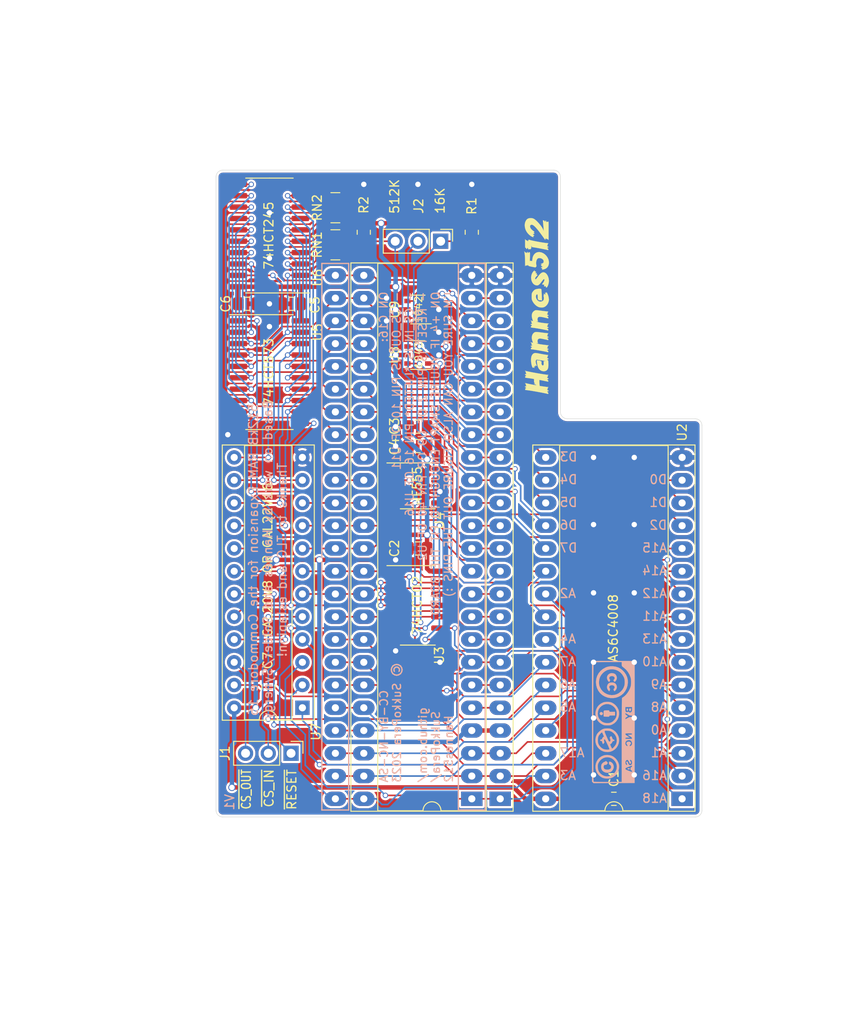
<source format=kicad_pcb>
(kicad_pcb (version 20171130) (host pcbnew 5.1.12)
  (title_block (title Hannes512) (date 2023-02-28) (rev 1git) (company SukkoPera) (comment 1 "Licensed under CC BY-NC-SA 4.0") (comment 2 "Based on drawings by Solder/Synergy") (comment 3 "Thanks to TLC and eslapion!"))
  (layers (0 F.Cu signal) (31 B.Cu signal) (36 B.SilkS user) (37 F.SilkS user) (38 B.Mask user hide) (39 F.Mask user hide) (44 Edge.Cuts user))
  (net 0 "")
  (net 1 /cs0)
  (net 2 /cs1)
  (net 3 /~irq)
  (net 4 /snd)
  (net 5 /ba)
  (net 6 /color)
  (net 7 /clkin)
  (net 8 /k0)
  (net 9 /k1)
  (net 10 /k2)
  (net 11 /k3)
  (net 12 /k4)
  (net 13 /k5)
  (net 14 /k6)
  (net 15 /k7)
  (net 16 /lum)
  (net 17 GND)
  (net 18 /~cas)
  (net 19 a3)
  (net 20 a4)
  (net 21 a5)
  (net 22 a6)
  (net 23 a7)
  (net 24 a8)
  (net 25 a9)
  (net 26 a10)
  (net 27 a11)
  (net 28 a12)
  (net 29 a13)
  (net 30 a14)
  (net 31 a15)
  (net 32 /~cas_16k)
  (net 33 d7)
  (net 34 d6)
  (net 35 R_~W)
  (net 36 d5)
  (net 37 d4)
  (net 38 d3)
  (net 39 d2)
  (net 40 a0)
  (net 41 d1)
  (net 42 a1)
  (net 43 d0)
  (net 44 a2)
  (net 45 ~CAS_64K)
  (net 46 +5V)
  (net 47 AEC)
  (net 48 ~RESET)
  (net 49 ~CS_IN)
  (net 50 ~CS_OUT)
  (net 51 p3)
  (net 52 p1)
  (net 53 p2)
  (net 54 p0)
  (net 55 p4)
  (net 56 p6)
  (net 57 p5)
  (net 58 p7)
  (net 59 "/~RAS~/~CAS~ Generation/~cs_ramrd")
  (net 60 "/~RAS~/~CAS~ Generation/~u3enable")
  (net 61 "/~RAS~/~CAS~ Generation/cs_ramwr")
  (net 62 CLKOUT)
  (net 63 /~ras)
  (net 64 /mux)
  (net 65 a18)
  (net 66 a17)
  (net 67 a16)
  (net 68 ~SRAM_CE)
  (net 69 "Net-(C3-Pad1)")
  (net 70 "Net-(U3-Pad2)")
  (net 71 "Net-(U3-Pad10)")
  (net 72 "Net-(U4-Pad7)")
  (net 73 "/~RAS~/~CAS~ Generation/~cs_ramwr")
  (module Package_SO:TSOP-6_1.65x3.05mm_P0.95mm (layer F.Cu) (at 126.6825 87.376 180)
    (fp_text reference U8 (at 2.6035 -0.005 90) (layer F.SilkS))
    (fp_text value DT1042)
    (pad 1 smd rect (at -1.16 -0.95 180) (size 0.7 0.51) (layers F.Cu F.Paste F.Mask) (net 10 /k2))
    (pad 2 smd rect (at -1.16 0 180) (size 0.7 0.51) (layers F.Cu F.Paste F.Mask) (net 17 GND))
    (pad 3 smd rect (at -1.16 0.95 180) (size 0.7 0.51) (layers F.Cu F.Paste F.Mask) (net 11 /k3))
    (pad 4 smd rect (at 1.16 0.95 180) (size 0.7 0.51) (layers F.Cu F.Paste F.Mask) (net 9 /k1))
    (pad 5 smd rect (at 1.16 0 180) (size 0.7 0.51) (layers F.Cu F.Paste F.Mask) (net 46 +5V))
    (pad 6 smd rect (at 1.16 -0.95 180) (size 0.7 0.51) (layers F.Cu F.Paste F.Mask) (net 8 /k0))
  )
  (module Package_SO:TSOP-6_1.65x3.05mm_P0.95mm (layer F.Cu) (at 126.6875 82.296 180)
    (fp_text reference U9 (at 2.5985 -0.005 90) (layer F.SilkS))
    (fp_text value DT1042)
    (pad 6 smd rect (at 1.16 -0.95 180) (size 0.7 0.51) (layers F.Cu F.Paste F.Mask) (net 12 /k4))
    (pad 5 smd rect (at 1.16 0 180) (size 0.7 0.51) (layers F.Cu F.Paste F.Mask) (net 46 +5V))
    (pad 4 smd rect (at 1.16 0.95 180) (size 0.7 0.51) (layers F.Cu F.Paste F.Mask) (net 13 /k5))
    (pad 3 smd rect (at -1.16 0.95 180) (size 0.7 0.51) (layers F.Cu F.Paste F.Mask) (net 15 /k7))
    (pad 2 smd rect (at -1.16 0 180) (size 0.7 0.51) (layers F.Cu F.Paste F.Mask) (net 17 GND))
    (pad 1 smd rect (at -1.16 -0.95 180) (size 0.7 0.51) (layers F.Cu F.Paste F.Mask) (net 14 /k6))
  )
  (module Package_DIP:DIP-24_W7.62mm_Socket (layer F.Cu) (at 113.792 126.746 180)
    (fp_text reference U7 (at -1.524 -2.667 90) (layer F.SilkS))
    (fp_text value GAL20V8)
    (pad 1 thru_hole rect (at 0 0 180) (size 1.6 1.6) (drill 0.8) (layers *.Cu *.Mask) (net 42 a1))
    (pad 13 thru_hole oval (at 7.62 27.94 180) (size 1.6 1.6) (drill 0.8) (layers *.Cu *.Mask) (net 52 p1))
    (pad 2 thru_hole oval (at 0 2.54 180) (size 1.6 1.6) (drill 0.8) (layers *.Cu *.Mask) (net 44 a2))
    (pad 14 thru_hole oval (at 7.62 25.4 180) (size 1.6 1.6) (drill 0.8) (layers *.Cu *.Mask) (net 54 p0))
    (pad 3 thru_hole oval (at 0 5.08 180) (size 1.6 1.6) (drill 0.8) (layers *.Cu *.Mask) (net 19 a3))
    (pad 15 thru_hole oval (at 7.62 22.86 180) (size 1.6 1.6) (drill 0.8) (layers *.Cu *.Mask) (net 56 p6))
    (pad 4 thru_hole oval (at 0 7.62 180) (size 1.6 1.6) (drill 0.8) (layers *.Cu *.Mask) (net 40 a0))
    (pad 16 thru_hole oval (at 7.62 20.32 180) (size 1.6 1.6) (drill 0.8) (layers *.Cu *.Mask) (net 58 p7))
    (pad 5 thru_hole oval (at 0 10.16 180) (size 1.6 1.6) (drill 0.8) (layers *.Cu *.Mask) (net 49 ~CS_IN))
    (pad 17 thru_hole oval (at 7.62 17.78 180) (size 1.6 1.6) (drill 0.8) (layers *.Cu *.Mask) (net 65 a18))
    (pad 6 thru_hole oval (at 0 12.7 180) (size 1.6 1.6) (drill 0.8) (layers *.Cu *.Mask) (net 28 a12))
    (pad 18 thru_hole oval (at 7.62 15.24 180) (size 1.6 1.6) (drill 0.8) (layers *.Cu *.Mask) (net 66 a17))
    (pad 7 thru_hole oval (at 0 15.24 180) (size 1.6 1.6) (drill 0.8) (layers *.Cu *.Mask) (net 29 a13))
    (pad 19 thru_hole oval (at 7.62 12.7 180) (size 1.6 1.6) (drill 0.8) (layers *.Cu *.Mask) (net 67 a16))
    (pad 8 thru_hole oval (at 0 17.78 180) (size 1.6 1.6) (drill 0.8) (layers *.Cu *.Mask) (net 30 a14))
    (pad 20 thru_hole oval (at 7.62 10.16 180) (size 1.6 1.6) (drill 0.8) (layers *.Cu *.Mask) (net 61 "/~RAS~/~CAS~ Generation/cs_ramwr"))
    (pad 9 thru_hole oval (at 0 20.32 180) (size 1.6 1.6) (drill 0.8) (layers *.Cu *.Mask) (net 31 a15))
    (pad 21 thru_hole oval (at 7.62 7.62 180) (size 1.6 1.6) (drill 0.8) (layers *.Cu *.Mask) (net 59 "/~RAS~/~CAS~ Generation/~cs_ramrd"))
    (pad 10 thru_hole oval (at 0 22.86 180) (size 1.6 1.6) (drill 0.8) (layers *.Cu *.Mask) (net 47 AEC))
    (pad 22 thru_hole oval (at 7.62 5.08 180) (size 1.6 1.6) (drill 0.8) (layers *.Cu *.Mask) (net 50 ~CS_OUT))
    (pad 11 thru_hole oval (at 0 25.4 180) (size 1.6 1.6) (drill 0.8) (layers *.Cu *.Mask) (net 53 p2))
    (pad 23 thru_hole oval (at 7.62 2.54 180) (size 1.6 1.6) (drill 0.8) (layers *.Cu *.Mask) (net 35 R_~W))
    (pad 12 thru_hole oval (at 0 27.94 225) (size 1.6 1.6) (drill 0.8) (layers *.Cu *.Mask) (net 17 GND))
    (pad 24 thru_hole oval (at 7.62 0 180) (size 1.6 1.6) (drill 0.8) (layers *.Cu *.Mask) (net 46 +5V))
  )
  (module Capacitor_SMD:C_0805_2012Metric_Pad1.18x1.45mm_HandSolder (layer F.Cu) (at 112.534 81.661 180)
    (fp_text reference C5 (at -2.655 -0.127 270) (layer F.SilkS))
    (fp_text value 100n)
    (pad 2 smd roundrect (at 1.0375 0 180) (size 1.175 1.45) (layers F.Cu F.Paste F.Mask) (roundrect_rratio 0.2127659574468085) (net 17 GND))
    (pad 1 smd roundrect (at -1.0375 0 180) (size 1.175 1.45) (layers F.Cu F.Paste F.Mask) (roundrect_rratio 0.2127659574468085) (net 46 +5V))
  )
  (module Hannes512:logo (layer F.Cu) (at 139.954 81.915 90)
    (fp_text reference V2 hide)
    (fp_text value LOGO hide)
  )
  (module Package_DIP:DIP-32_W15.24mm_Socket_LongPads (layer F.Cu) (at 156.21 136.906 180)
    (fp_text reference U2 (at 0 40.894 90) (layer F.SilkS))
    (fp_text value AS6C4008 (at 7.6925 19.049999 90) (layer F.SilkS))
    (pad 1 thru_hole rect (at 0 0 180) (size 2.4 1.6) (drill 0.8) (layers *.Cu *.Mask) (net 65 a18))
    (pad 17 thru_hole oval (at 15.24 38.1 180) (size 2.4 1.6) (drill 0.8) (layers *.Cu *.Mask) (net 38 d3))
    (pad 2 thru_hole oval (at 0 2.54 180) (size 2.4 1.6) (drill 0.8) (layers *.Cu *.Mask) (net 67 a16))
    (pad 18 thru_hole oval (at 15.24 35.56 180) (size 2.4 1.6) (drill 0.8) (layers *.Cu *.Mask) (net 37 d4))
    (pad 3 thru_hole oval (at 0 5.08 180) (size 2.4 1.6) (drill 0.8) (layers *.Cu *.Mask) (net 42 a1))
    (pad 19 thru_hole oval (at 15.24 33.02 180) (size 2.4 1.6) (drill 0.8) (layers *.Cu *.Mask) (net 36 d5))
    (pad 4 thru_hole oval (at 0 7.62 180) (size 2.4 1.6) (drill 0.8) (layers *.Cu *.Mask) (net 40 a0))
    (pad 20 thru_hole oval (at 15.24 30.48 180) (size 2.4 1.6) (drill 0.8) (layers *.Cu *.Mask) (net 34 d6))
    (pad 5 thru_hole oval (at 0 10.16 180) (size 2.4 1.6) (drill 0.8) (layers *.Cu *.Mask) (net 24 a8))
    (pad 21 thru_hole oval (at 15.24 27.94 180) (size 2.4 1.6) (drill 0.8) (layers *.Cu *.Mask) (net 33 d7))
    (pad 6 thru_hole oval (at 0 12.7 180) (size 2.4 1.6) (drill 0.8) (layers *.Cu *.Mask) (net 25 a9))
    (pad 22 thru_hole oval (at 15.24 25.4 180) (size 2.4 1.6) (drill 0.8) (layers *.Cu *.Mask) (net 68 ~SRAM_CE))
    (pad 7 thru_hole oval (at 0 15.24 180) (size 2.4 1.6) (drill 0.8) (layers *.Cu *.Mask) (net 26 a10))
    (pad 23 thru_hole oval (at 15.24 22.86 180) (size 2.4 1.6) (drill 0.8) (layers *.Cu *.Mask) (net 44 a2))
    (pad 8 thru_hole oval (at 0 17.78 180) (size 2.4 1.6) (drill 0.8) (layers *.Cu *.Mask) (net 29 a13))
    (pad 24 thru_hole oval (at 15.24 20.32 180) (size 2.4 1.6) (drill 0.8) (layers *.Cu *.Mask) (net 68 ~SRAM_CE))
    (pad 9 thru_hole oval (at 0 20.32 180) (size 2.4 1.6) (drill 0.8) (layers *.Cu *.Mask) (net 27 a11))
    (pad 25 thru_hole oval (at 15.24 17.78 180) (size 2.4 1.6) (drill 0.8) (layers *.Cu *.Mask) (net 20 a4))
    (pad 10 thru_hole oval (at 0 22.86 180) (size 2.4 1.6) (drill 0.8) (layers *.Cu *.Mask) (net 28 a12))
    (pad 26 thru_hole oval (at 15.24 15.24 180) (size 2.4 1.6) (drill 0.8) (layers *.Cu *.Mask) (net 23 a7))
    (pad 11 thru_hole oval (at 0 25.4 180) (size 2.4 1.6) (drill 0.8) (layers *.Cu *.Mask) (net 30 a14))
    (pad 27 thru_hole oval (at 15.24 12.7 180) (size 2.4 1.6) (drill 0.8) (layers *.Cu *.Mask) (net 22 a6))
    (pad 12 thru_hole oval (at 0 27.94 180) (size 2.4 1.6) (drill 0.8) (layers *.Cu *.Mask) (net 31 a15))
    (pad 28 thru_hole oval (at 15.24 10.16 180) (size 2.4 1.6) (drill 0.8) (layers *.Cu *.Mask) (net 21 a5))
    (pad 13 thru_hole oval (at 0 30.48 180) (size 2.4 1.6) (drill 0.8) (layers *.Cu *.Mask) (net 39 d2))
    (pad 29 thru_hole oval (at 15.24 7.62 180) (size 2.4 1.6) (drill 0.8) (layers *.Cu *.Mask) (net 35 R_~W))
    (pad 14 thru_hole oval (at 0 33.02 180) (size 2.4 1.6) (drill 0.8) (layers *.Cu *.Mask) (net 41 d1))
    (pad 30 thru_hole oval (at 15.24 5.08 180) (size 2.4 1.6) (drill 0.8) (layers *.Cu *.Mask) (net 66 a17))
    (pad 15 thru_hole oval (at 0 35.56 180) (size 2.4 1.6) (drill 0.8) (layers *.Cu *.Mask) (net 43 d0))
    (pad 31 thru_hole oval (at 15.24 2.54 180) (size 2.4 1.6) (drill 0.8) (layers *.Cu *.Mask) (net 19 a3))
    (pad 16 thru_hole oval (at 0 38.1 180) (size 2.4 1.6) (drill 0.8) (layers *.Cu *.Mask) (net 17 GND))
    (pad 32 thru_hole oval (at 15.24 0 180) (size 2.4 1.6) (drill 0.8) (layers *.Cu *.Mask) (net 46 +5V))
  )
  (module Hannes512:cc_by_nc_sa (layer B.Cu) (at 148.516952 128.319458 270)
    (fp_text reference V1 hide)
    (fp_text value CC_LOGO hide)
  )
  (module Package_DIP:DIP-48_W15.24mm_Socket_LongPads (layer F.Cu) (at 135.89 136.906 180)
    (fp_text reference U1 hide)
    (fp_text value MOS_7360_TED)
    (pad 1 thru_hole rect (at 0 0 180) (size 2.4 1.6) (drill 0.8) (layers *.Cu *.Mask) (net 44 a2))
    (pad 25 thru_hole oval (at 15.24 58.42 180) (size 2.4 1.6) (drill 0.8) (layers *.Cu *.Mask) (net 43 d0))
    (pad 2 thru_hole oval (at 0 2.54 180) (size 2.4 1.6) (drill 0.8) (layers *.Cu *.Mask) (net 42 a1))
    (pad 26 thru_hole oval (at 15.24 55.88 180) (size 2.4 1.6) (drill 0.8) (layers *.Cu *.Mask) (net 41 d1))
    (pad 3 thru_hole oval (at 0 5.08 180) (size 2.4 1.6) (drill 0.8) (layers *.Cu *.Mask) (net 40 a0))
    (pad 27 thru_hole oval (at 15.24 53.34 180) (size 2.4 1.6) (drill 0.8) (layers *.Cu *.Mask) (net 39 d2))
    (pad 4 thru_hole oval (at 0 7.62 180) (size 2.4 1.6) (drill 0.8) (layers *.Cu *.Mask) (net 46 +5V))
    (pad 28 thru_hole oval (at 15.24 50.8 180) (size 2.4 1.6) (drill 0.8) (layers *.Cu *.Mask) (net 38 d3))
    (pad 5 thru_hole oval (at 0 10.16 180) (size 2.4 1.6) (drill 0.8) (layers *.Cu *.Mask) (net 1 /cs0))
    (pad 29 thru_hole oval (at 15.24 48.26 180) (size 2.4 1.6) (drill 0.8) (layers *.Cu *.Mask) (net 37 d4))
    (pad 6 thru_hole oval (at 0 12.7 180) (size 2.4 1.6) (drill 0.8) (layers *.Cu *.Mask) (net 2 /cs1))
    (pad 30 thru_hole oval (at 15.24 45.72 180) (size 2.4 1.6) (drill 0.8) (layers *.Cu *.Mask) (net 36 d5))
    (pad 7 thru_hole oval (at 0 15.24 180) (size 2.4 1.6) (drill 0.8) (layers *.Cu *.Mask) (net 35 R_~W))
    (pad 31 thru_hole oval (at 15.24 43.18 180) (size 2.4 1.6) (drill 0.8) (layers *.Cu *.Mask) (net 34 d6))
    (pad 8 thru_hole oval (at 0 17.78 180) (size 2.4 1.6) (drill 0.8) (layers *.Cu *.Mask) (net 3 /~irq))
    (pad 32 thru_hole oval (at 15.24 40.64 180) (size 2.4 1.6) (drill 0.8) (layers *.Cu *.Mask) (net 33 d7))
    (pad 9 thru_hole oval (at 0 20.32 180) (size 2.4 1.6) (drill 0.8) (layers *.Cu *.Mask) (net 64 /mux))
    (pad 33 thru_hole oval (at 15.24 38.1 180) (size 2.4 1.6) (drill 0.8) (layers *.Cu *.Mask) (net 4 /snd))
    (pad 10 thru_hole oval (at 0 22.86 180) (size 2.4 1.6) (drill 0.8) (layers *.Cu *.Mask) (net 63 /~ras))
    (pad 34 thru_hole oval (at 15.24 35.56 180) (size 2.4 1.6) (drill 0.8) (layers *.Cu *.Mask) (net 5 /ba))
    (pad 11 thru_hole oval (at 0 25.4 180) (size 2.4 1.6) (drill 0.8) (layers *.Cu *.Mask) (net 18 /~cas))
    (pad 35 thru_hole oval (at 15.24 33.02 180) (size 2.4 1.6) (drill 0.8) (layers *.Cu *.Mask) (net 47 AEC))
    (pad 12 thru_hole oval (at 0 27.94 180) (size 2.4 1.6) (drill 0.8) (layers *.Cu *.Mask) (net 62 CLKOUT))
    (pad 36 thru_hole oval (at 15.24 30.48 180) (size 2.4 1.6) (drill 0.8) (layers *.Cu *.Mask) (net 31 a15))
    (pad 13 thru_hole oval (at 0 30.48 180) (size 2.4 1.6) (drill 0.8) (layers *.Cu *.Mask) (net 6 /color))
    (pad 37 thru_hole oval (at 15.24 27.94 180) (size 2.4 1.6) (drill 0.8) (layers *.Cu *.Mask) (net 30 a14))
    (pad 14 thru_hole oval (at 0 33.02 180) (size 2.4 1.6) (drill 0.8) (layers *.Cu *.Mask) (net 7 /clkin))
    (pad 38 thru_hole oval (at 15.24 25.4 180) (size 2.4 1.6) (drill 0.8) (layers *.Cu *.Mask) (net 29 a13))
    (pad 15 thru_hole oval (at 0 35.56 180) (size 2.4 1.6) (drill 0.8) (layers *.Cu *.Mask) (net 8 /k0))
    (pad 39 thru_hole oval (at 15.24 22.86 180) (size 2.4 1.6) (drill 0.8) (layers *.Cu *.Mask) (net 28 a12))
    (pad 16 thru_hole oval (at 0 38.1 180) (size 2.4 1.6) (drill 0.8) (layers *.Cu *.Mask) (net 9 /k1))
    (pad 40 thru_hole oval (at 15.24 20.32 180) (size 2.4 1.6) (drill 0.8) (layers *.Cu *.Mask) (net 27 a11))
    (pad 17 thru_hole oval (at 0 40.64 180) (size 2.4 1.6) (drill 0.8) (layers *.Cu *.Mask) (net 10 /k2))
    (pad 41 thru_hole oval (at 15.24 17.78 180) (size 2.4 1.6) (drill 0.8) (layers *.Cu *.Mask) (net 26 a10))
    (pad 18 thru_hole oval (at 0 43.18 180) (size 2.4 1.6) (drill 0.8) (layers *.Cu *.Mask) (net 11 /k3))
    (pad 42 thru_hole oval (at 15.24 15.24 180) (size 2.4 1.6) (drill 0.8) (layers *.Cu *.Mask) (net 25 a9))
    (pad 19 thru_hole oval (at 0 45.72 180) (size 2.4 1.6) (drill 0.8) (layers *.Cu *.Mask) (net 12 /k4))
    (pad 43 thru_hole oval (at 15.24 12.7 180) (size 2.4 1.6) (drill 0.8) (layers *.Cu *.Mask) (net 24 a8))
    (pad 20 thru_hole oval (at 0 48.26 180) (size 2.4 1.6) (drill 0.8) (layers *.Cu *.Mask) (net 13 /k5))
    (pad 44 thru_hole oval (at 15.24 10.16 180) (size 2.4 1.6) (drill 0.8) (layers *.Cu *.Mask) (net 23 a7))
    (pad 21 thru_hole oval (at 0 50.8 180) (size 2.4 1.6) (drill 0.8) (layers *.Cu *.Mask) (net 14 /k6))
    (pad 45 thru_hole oval (at 15.24 7.62 180) (size 2.4 1.6) (drill 0.8) (layers *.Cu *.Mask) (net 22 a6))
    (pad 22 thru_hole oval (at 0 53.34 180) (size 2.4 1.6) (drill 0.8) (layers *.Cu *.Mask) (net 15 /k7))
    (pad 46 thru_hole oval (at 15.24 5.08 180) (size 2.4 1.6) (drill 0.8) (layers *.Cu *.Mask) (net 21 a5))
    (pad 23 thru_hole oval (at 0 55.88 180) (size 2.4 1.6) (drill 0.8) (layers *.Cu *.Mask) (net 16 /lum))
    (pad 47 thru_hole oval (at 15.24 2.54 180) (size 2.4 1.6) (drill 0.8) (layers *.Cu *.Mask) (net 20 a4))
    (pad 24 thru_hole oval (at 0 58.42 180) (size 2.4 1.6) (drill 0.8) (layers *.Cu *.Mask) (net 17 GND))
    (pad 48 thru_hole oval (at 15.24 0 180) (size 2.4 1.6) (drill 0.8) (layers *.Cu *.Mask) (net 19 a3))
  )
  (module Resistor_SMD:R_0805_2012Metric_Pad1.20x1.40mm_HandSolder (layer F.Cu) (at 132.715 73.676 270)
    (fp_text reference R1 (at -2.931 0.004 90) (layer F.SilkS))
    (fp_text value 10k)
    (pad 2 smd roundrect (at 1 0 270) (size 1.2 1.4) (layers F.Cu F.Paste F.Mask) (roundrect_rratio 0.2083325) (net 32 /~cas_16k))
    (pad 1 smd roundrect (at -1 0 270) (size 1.2 1.4) (layers F.Cu F.Paste F.Mask) (roundrect_rratio 0.2083325) (net 46 +5V))
  )
  (module Resistor_SMD:R_0805_2012Metric_Pad1.20x1.40mm_HandSolder (layer F.Cu) (at 120.65 73.676 270)
    (fp_text reference R2 (at -3.048 0 270) (layer F.SilkS))
    (fp_text value 10k)
    (pad 1 smd roundrect (at -1 0 270) (size 1.2 1.4) (layers F.Cu F.Paste F.Mask) (roundrect_rratio 0.2083325) (net 46 +5V))
    (pad 2 smd roundrect (at 1 0 270) (size 1.2 1.4) (layers F.Cu F.Paste F.Mask) (roundrect_rratio 0.2083325) (net 45 ~CAS_64K))
  )
  (module Capacitor_SMD:C_0805_2012Metric_Pad1.18x1.45mm_HandSolder (layer F.Cu) (at 109.992 124.4385 90)
    (fp_text reference C7 (at 2.963 -0.0675 90) (layer F.SilkS))
    (fp_text value 100n)
    (pad 1 smd roundrect (at -1.0375 0 90) (size 1.175 1.45) (layers F.Cu F.Paste F.Mask) (roundrect_rratio 0.2127659574468085) (net 46 +5V))
    (pad 2 smd roundrect (at 1.0375 0 90) (size 1.175 1.45) (layers F.Cu F.Paste F.Mask) (roundrect_rratio 0.2127659574468085) (net 17 GND))
  )
  (module Hannes512:DIP-48_W15.24mm_LongPads_ModSilkS (layer F.Cu) (at 132.715 136.906 180)
    (fp_text reference J0 hide)
    (fp_text value TED_SOCKET)
    (pad 48 thru_hole oval (at 15.24 0 180) (size 2.4 1.6) (drill 0.8) (layers *.Cu *.Mask) (net 19 a3))
    (pad 24 thru_hole oval (at 0 58.42 180) (size 2.4 1.6) (drill 0.8) (layers *.Cu *.Mask) (net 17 GND))
    (pad 47 thru_hole oval (at 15.24 2.54 180) (size 2.4 1.6) (drill 0.8) (layers *.Cu *.Mask) (net 20 a4))
    (pad 23 thru_hole oval (at 0 55.88 180) (size 2.4 1.6) (drill 0.8) (layers *.Cu *.Mask) (net 16 /lum))
    (pad 46 thru_hole oval (at 15.24 5.08 180) (size 2.4 1.6) (drill 0.8) (layers *.Cu *.Mask) (net 21 a5))
    (pad 22 thru_hole oval (at 0 53.34 180) (size 2.4 1.6) (drill 0.8) (layers *.Cu *.Mask) (net 15 /k7))
    (pad 45 thru_hole oval (at 15.24 7.62 180) (size 2.4 1.6) (drill 0.8) (layers *.Cu *.Mask) (net 22 a6))
    (pad 21 thru_hole oval (at 0 50.8 180) (size 2.4 1.6) (drill 0.8) (layers *.Cu *.Mask) (net 14 /k6))
    (pad 44 thru_hole oval (at 15.24 10.16 180) (size 2.4 1.6) (drill 0.8) (layers *.Cu *.Mask) (net 23 a7))
    (pad 20 thru_hole oval (at 0 48.26 180) (size 2.4 1.6) (drill 0.8) (layers *.Cu *.Mask) (net 13 /k5))
    (pad 43 thru_hole oval (at 15.24 12.7 180) (size 2.4 1.6) (drill 0.8) (layers *.Cu *.Mask) (net 24 a8))
    (pad 19 thru_hole oval (at 0 45.72 180) (size 2.4 1.6) (drill 0.8) (layers *.Cu *.Mask) (net 12 /k4))
    (pad 42 thru_hole oval (at 15.24 15.24 180) (size 2.4 1.6) (drill 0.8) (layers *.Cu *.Mask) (net 25 a9))
    (pad 18 thru_hole oval (at 0 43.18 180) (size 2.4 1.6) (drill 0.8) (layers *.Cu *.Mask) (net 11 /k3))
    (pad 41 thru_hole oval (at 15.24 17.78 180) (size 2.4 1.6) (drill 0.8) (layers *.Cu *.Mask) (net 26 a10))
    (pad 17 thru_hole oval (at 0 40.64 180) (size 2.4 1.6) (drill 0.8) (layers *.Cu *.Mask) (net 10 /k2))
    (pad 40 thru_hole oval (at 15.24 20.32 180) (size 2.4 1.6) (drill 0.8) (layers *.Cu *.Mask) (net 27 a11))
    (pad 16 thru_hole oval (at 0 38.1 180) (size 2.4 1.6) (drill 0.8) (layers *.Cu *.Mask) (net 9 /k1))
    (pad 39 thru_hole oval (at 15.24 22.86 180) (size 2.4 1.6) (drill 0.8) (layers *.Cu *.Mask) (net 28 a12))
    (pad 15 thru_hole oval (at 0 35.56 180) (size 2.4 1.6) (drill 0.8) (layers *.Cu *.Mask) (net 8 /k0))
    (pad 38 thru_hole oval (at 15.24 25.4 180) (size 2.4 1.6) (drill 0.8) (layers *.Cu *.Mask) (net 29 a13))
    (pad 14 thru_hole oval (at 0 33.02 180) (size 2.4 1.6) (drill 0.8) (layers *.Cu *.Mask) (net 7 /clkin))
    (pad 37 thru_hole oval (at 15.24 27.94 180) (size 2.4 1.6) (drill 0.8) (layers *.Cu *.Mask) (net 30 a14))
    (pad 13 thru_hole oval (at 0 30.48 180) (size 2.4 1.6) (drill 0.8) (layers *.Cu *.Mask) (net 6 /color))
    (pad 36 thru_hole oval (at 15.24 30.48 180) (size 2.4 1.6) (drill 0.8) (layers *.Cu *.Mask) (net 31 a15))
    (pad 12 thru_hole oval (at 0 27.94 180) (size 2.4 1.6) (drill 0.8) (layers *.Cu *.Mask) (net 62 CLKOUT))
    (pad 35 thru_hole oval (at 15.24 33.02 180) (size 2.4 1.6) (drill 0.8) (layers *.Cu *.Mask) (net 47 AEC))
    (pad 11 thru_hole oval (at 0 25.4 180) (size 2.4 1.6) (drill 0.8) (layers *.Cu *.Mask) (net 32 /~cas_16k))
    (pad 34 thru_hole oval (at 15.24 35.56 180) (size 2.4 1.6) (drill 0.8) (layers *.Cu *.Mask) (net 5 /ba))
    (pad 10 thru_hole oval (at 0 22.86 180) (size 2.4 1.6) (drill 0.8) (layers *.Cu *.Mask) (net 63 /~ras))
    (pad 33 thru_hole oval (at 15.24 38.1 180) (size 2.4 1.6) (drill 0.8) (layers *.Cu *.Mask) (net 4 /snd))
    (pad 9 thru_hole oval (at 0 20.32 180) (size 2.4 1.6) (drill 0.8) (layers *.Cu *.Mask) (net 64 /mux))
    (pad 32 thru_hole oval (at 15.24 40.64 180) (size 2.4 1.6) (drill 0.8) (layers *.Cu *.Mask) (net 33 d7))
    (pad 8 thru_hole oval (at 0 17.78 180) (size 2.4 1.6) (drill 0.8) (layers *.Cu *.Mask) (net 3 /~irq))
    (pad 31 thru_hole oval (at 15.24 43.18 180) (size 2.4 1.6) (drill 0.8) (layers *.Cu *.Mask) (net 34 d6))
    (pad 7 thru_hole oval (at 0 15.24 180) (size 2.4 1.6) (drill 0.8) (layers *.Cu *.Mask) (net 35 R_~W))
    (pad 30 thru_hole oval (at 15.24 45.72 180) (size 2.4 1.6) (drill 0.8) (layers *.Cu *.Mask) (net 36 d5))
    (pad 6 thru_hole oval (at 0 12.7 180) (size 2.4 1.6) (drill 0.8) (layers *.Cu *.Mask) (net 2 /cs1))
    (pad 29 thru_hole oval (at 15.24 48.26 180) (size 2.4 1.6) (drill 0.8) (layers *.Cu *.Mask) (net 37 d4))
    (pad 5 thru_hole oval (at 0 10.16 180) (size 2.4 1.6) (drill 0.8) (layers *.Cu *.Mask) (net 1 /cs0))
    (pad 28 thru_hole oval (at 15.24 50.8 180) (size 2.4 1.6) (drill 0.8) (layers *.Cu *.Mask) (net 38 d3))
    (pad 4 thru_hole oval (at 0 7.62 180) (size 2.4 1.6) (drill 0.8) (layers *.Cu *.Mask) (net 46 +5V))
    (pad 27 thru_hole oval (at 15.24 53.34 180) (size 2.4 1.6) (drill 0.8) (layers *.Cu *.Mask) (net 39 d2))
    (pad 3 thru_hole oval (at 0 5.08 180) (size 2.4 1.6) (drill 0.8) (layers *.Cu *.Mask) (net 40 a0))
    (pad 26 thru_hole oval (at 15.24 55.88 180) (size 2.4 1.6) (drill 0.8) (layers *.Cu *.Mask) (net 41 d1))
    (pad 2 thru_hole oval (at 0 2.54 180) (size 2.4 1.6) (drill 0.8) (layers *.Cu *.Mask) (net 42 a1))
    (pad 25 thru_hole oval (at 15.24 58.42 180) (size 2.4 1.6) (drill 0.8) (layers *.Cu *.Mask) (net 43 d0))
    (pad 1 thru_hole rect (at 0 0 180) (size 2.4 1.6) (drill 0.8) (layers *.Cu *.Mask) (net 44 a2))
  )
  (module Connector_PinHeader_2.54mm:PinHeader_1x03_P2.54mm_Vertical (layer F.Cu) (at 129.237497 74.676 270)
    (fp_text reference J2 (at -3.928953 2.4575 270) (layer F.SilkS))
    (fp_text value RAM_SELECTOR)
    (pad 3 thru_hole oval (at 0 5.08 270) (size 1.7 1.7) (drill 1) (layers *.Cu *.Mask) (net 45 ~CAS_64K))
    (pad 2 thru_hole oval (at 0 2.54 270) (size 1.7 1.7) (drill 1) (layers *.Cu *.Mask) (net 18 /~cas))
    (pad 1 thru_hole rect (at 0 0 270) (size 1.7 1.7) (drill 1) (layers *.Cu *.Mask) (net 32 /~cas_16k))
  )
  (module Connector_PinHeader_2.54mm:PinHeader_1x03_P2.54mm_Vertical (layer F.Cu) (at 112.522 131.826 270)
    (fp_text reference J1 (at 0 7.366 90) (layer F.SilkS))
    (fp_text value CONN_CS)
    (pad 1 thru_hole rect (at 0 0 270) (size 1.7 1.7) (drill 1) (layers *.Cu *.Mask) (net 48 ~RESET))
    (pad 2 thru_hole oval (at 0 2.54 270) (size 1.7 1.7) (drill 1) (layers *.Cu *.Mask) (net 49 ~CS_IN))
    (pad 3 thru_hole oval (at 0 5.08 270) (size 1.7 1.7) (drill 1) (layers *.Cu *.Mask) (net 50 ~CS_OUT))
  )
  (module Capacitor_SMD:C_0805_2012Metric_Pad1.18x1.45mm_HandSolder (layer F.Cu) (at 148.585 136.906)
    (fp_text reference C1 (at 0.005 -2.286 90) (layer F.SilkS))
    (fp_text value 100n)
    (pad 2 smd roundrect (at 1.0375 0) (size 1.175 1.45) (layers F.Cu F.Paste F.Mask) (roundrect_rratio 0.2127659574468085) (net 17 GND))
    (pad 1 smd roundrect (at -1.0375 0) (size 1.175 1.45) (layers F.Cu F.Paste F.Mask) (roundrect_rratio 0.2127659574468085) (net 46 +5V))
  )
  (module Resistor_SMD:R_Array_Convex_4x0603 (layer F.Cu) (at 117.475 75.076)
    (fp_text reference RN1 (at -2.032 0 270) (layer F.SilkS))
    (fp_text value 1k)
    (pad 5 smd rect (at 0.9 1.2) (size 0.8 0.5) (layers F.Cu F.Paste F.Mask) (net 46 +5V))
    (pad 6 smd rect (at 0.9 0.4) (size 0.8 0.4) (layers F.Cu F.Paste F.Mask) (net 46 +5V))
    (pad 8 smd rect (at 0.9 -1.2) (size 0.8 0.5) (layers F.Cu F.Paste F.Mask) (net 46 +5V))
    (pad 7 smd rect (at 0.9 -0.4) (size 0.8 0.4) (layers F.Cu F.Paste F.Mask) (net 46 +5V))
    (pad 4 smd rect (at -0.9 1.2) (size 0.8 0.5) (layers F.Cu F.Paste F.Mask) (net 54 p0))
    (pad 2 smd rect (at -0.9 -0.4) (size 0.8 0.4) (layers F.Cu F.Paste F.Mask) (net 53 p2))
    (pad 3 smd rect (at -0.9 0.4) (size 0.8 0.4) (layers F.Cu F.Paste F.Mask) (net 52 p1))
    (pad 1 smd rect (at -0.9 -1.2) (size 0.8 0.5) (layers F.Cu F.Paste F.Mask) (net 51 p3))
  )
  (module Resistor_SMD:R_Array_Convex_4x0603 (layer F.Cu) (at 117.475 70.936)
    (fp_text reference RN2 (at -2.032 0 270) (layer F.SilkS))
    (fp_text value 1k)
    (pad 1 smd rect (at -0.9 -1.2) (size 0.8 0.5) (layers F.Cu F.Paste F.Mask) (net 58 p7))
    (pad 3 smd rect (at -0.9 0.4) (size 0.8 0.4) (layers F.Cu F.Paste F.Mask) (net 57 p5))
    (pad 2 smd rect (at -0.9 -0.4) (size 0.8 0.4) (layers F.Cu F.Paste F.Mask) (net 56 p6))
    (pad 4 smd rect (at -0.9 1.2) (size 0.8 0.5) (layers F.Cu F.Paste F.Mask) (net 55 p4))
    (pad 7 smd rect (at 0.9 -0.4) (size 0.8 0.4) (layers F.Cu F.Paste F.Mask) (net 46 +5V))
    (pad 8 smd rect (at 0.9 -1.2) (size 0.8 0.5) (layers F.Cu F.Paste F.Mask) (net 46 +5V))
    (pad 6 smd rect (at 0.9 0.4) (size 0.8 0.4) (layers F.Cu F.Paste F.Mask) (net 46 +5V))
    (pad 5 smd rect (at 0.9 1.2) (size 0.8 0.5) (layers F.Cu F.Paste F.Mask) (net 46 +5V))
  )
  (module Package_SO:SOIC-8_3.9x4.9mm_P1.27mm (layer F.Cu) (at 126.6825 101.981)
    (fp_text reference U4 (at 2.4075 3.8735 90) (layer F.SilkS))
    (fp_text value NE555 (at -0.0675 0 90) (layer F.SilkS) (effects (font (size 1 0.9))))
    (pad 1 smd roundrect (at -2.475 -1.905) (size 1.95 0.6) (layers F.Cu F.Paste F.Mask) (net 17 GND))
    (pad 2 smd roundrect (at -2.475 -0.635) (size 1.95 0.6) (layers F.Cu F.Paste F.Mask) (net 48 ~RESET))
    (pad 3 smd roundrect (at -2.475 0.635) (size 1.95 0.6) (layers F.Cu F.Paste F.Mask) (net 60 "/~RAS~/~CAS~ Generation/~u3enable"))
    (pad 4 smd roundrect (at -2.475 1.905) (size 1.95 0.6) (layers F.Cu F.Paste F.Mask) (net 73 "/~RAS~/~CAS~ Generation/~cs_ramwr"))
    (pad 5 smd roundrect (at 2.475 1.905) (size 1.95 0.6) (layers F.Cu F.Paste F.Mask) (net 69 "Net-(C3-Pad1)"))
    (pad 6 smd roundrect (at 2.475 0.635) (size 1.95 0.6) (layers F.Cu F.Paste F.Mask) (net 17 GND))
    (pad 7 smd roundrect (at 2.475 -0.635) (size 1.95 0.6) (layers F.Cu F.Paste F.Mask) (net 72 "Net-(U4-Pad7)"))
    (pad 8 smd roundrect (at 2.475 -1.905) (size 1.95 0.6) (layers F.Cu F.Paste F.Mask) (net 46 +5V))
  )
  (module Capacitor_SMD:C_0805_2012Metric_Pad1.18x1.45mm_HandSolder (layer F.Cu) (at 107.684 81.661)
    (fp_text reference C6 (at -2.4645 0.000001 90) (layer F.SilkS))
    (fp_text value 100n)
    (pad 1 smd roundrect (at -1.0375 0) (size 1.175 1.45) (layers F.Cu F.Paste F.Mask) (roundrect_rratio 0.2127659574468085) (net 46 +5V))
    (pad 2 smd roundrect (at 1.0375 0) (size 1.175 1.45) (layers F.Cu F.Paste F.Mask) (roundrect_rratio 0.2127659574468085) (net 17 GND))
  )
  (module Capacitor_SMD:C_0805_2012Metric_Pad1.18x1.45mm_HandSolder (layer F.Cu) (at 126.6825 97.536 180)
    (fp_text reference C4 (at 2.6035 -0.0635 90) (layer F.SilkS))
    (fp_text value 100n)
    (pad 1 smd roundrect (at -1.0375 0 180) (size 1.175 1.45) (layers F.Cu F.Paste F.Mask) (roundrect_rratio 0.2127659574468085) (net 46 +5V))
    (pad 2 smd roundrect (at 1.0375 0 180) (size 1.175 1.45) (layers F.Cu F.Paste F.Mask) (roundrect_rratio 0.2127659574468085) (net 17 GND))
  )
  (module Capacitor_SMD:C_0805_2012Metric_Pad1.18x1.45mm_HandSolder (layer F.Cu) (at 126.6825 95.377 180)
    (fp_text reference C3 (at 2.6035 0.0635 90) (layer F.SilkS))
    (fp_text value 10n)
    (pad 2 smd roundrect (at 1.0375 0 180) (size 1.175 1.45) (layers F.Cu F.Paste F.Mask) (roundrect_rratio 0.2127659574468085) (net 17 GND))
    (pad 1 smd roundrect (at -1.0375 0 180) (size 1.175 1.45) (layers F.Cu F.Paste F.Mask) (roundrect_rratio 0.2127659574468085) (net 69 "Net-(C3-Pad1)"))
  )
  (module Capacitor_SMD:C_0805_2012Metric_Pad1.18x1.45mm_HandSolder (layer F.Cu) (at 126.6825 108.966 180)
    (fp_text reference C2 (at 2.6035 0 90) (layer F.SilkS))
    (fp_text value 100n)
    (pad 1 smd roundrect (at -1.0375 0 180) (size 1.175 1.45) (layers F.Cu F.Paste F.Mask) (roundrect_rratio 0.2127659574468085) (net 46 +5V))
    (pad 2 smd roundrect (at 1.0375 0 180) (size 1.175 1.45) (layers F.Cu F.Paste F.Mask) (roundrect_rratio 0.2127659574468085) (net 17 GND))
  )
  (module Package_SO:SOIC-14_3.9x8.7mm_P1.27mm (layer F.Cu) (at 126.6825 115.316)
    (fp_text reference U3 (at 2.4075 5.588 90) (layer F.SilkS))
    (fp_text value 74HCT02 (at -0.0675 0 90) (layer F.SilkS))
    (pad 1 smd roundrect (at -2.475 -3.81) (size 1.95 0.6) (layers F.Cu F.Paste F.Mask) (net 68 ~SRAM_CE))
    (pad 2 smd roundrect (at -2.475 -2.54) (size 1.95 0.6) (layers F.Cu F.Paste F.Mask) (net 70 "Net-(U3-Pad2)"))
    (pad 3 smd roundrect (at -2.475 -1.27) (size 1.95 0.6) (layers F.Cu F.Paste F.Mask) (net 70 "Net-(U3-Pad2)"))
    (pad 4 smd roundrect (at -2.475 0) (size 1.95 0.6) (layers F.Cu F.Paste F.Mask) (net 70 "Net-(U3-Pad2)"))
    (pad 5 smd roundrect (at -2.475 1.27) (size 1.95 0.6) (layers F.Cu F.Paste F.Mask) (net 71 "Net-(U3-Pad10)"))
    (pad 6 smd roundrect (at -2.475 2.54) (size 1.95 0.6) (layers F.Cu F.Paste F.Mask) (net 45 ~CAS_64K))
    (pad 7 smd roundrect (at -2.475 3.81) (size 1.95 0.6) (layers F.Cu F.Paste F.Mask) (net 17 GND))
    (pad 8 smd roundrect (at 2.475 3.81) (size 1.95 0.6) (layers F.Cu F.Paste F.Mask) (net 62 CLKOUT))
    (pad 9 smd roundrect (at 2.475 2.54) (size 1.95 0.6) (layers F.Cu F.Paste F.Mask) (net 35 R_~W))
    (pad 10 smd roundrect (at 2.475 1.27) (size 1.95 0.6) (layers F.Cu F.Paste F.Mask) (net 71 "Net-(U3-Pad10)"))
    (pad 11 smd roundrect (at 2.475 0) (size 1.95 0.6) (layers F.Cu F.Paste F.Mask) (net 61 "/~RAS~/~CAS~ Generation/cs_ramwr"))
    (pad 12 smd roundrect (at 2.475 -1.27) (size 1.95 0.6) (layers F.Cu F.Paste F.Mask) (net 61 "/~RAS~/~CAS~ Generation/cs_ramwr"))
    (pad 13 smd roundrect (at 2.475 -2.54) (size 1.95 0.6) (layers F.Cu F.Paste F.Mask) (net 73 "/~RAS~/~CAS~ Generation/~cs_ramwr"))
    (pad 14 smd roundrect (at 2.475 -3.81) (size 1.95 0.6) (layers F.Cu F.Paste F.Mask) (net 46 +5V))
  )
  (module Package_SO:SO-20_5.3x12.6mm_P1.27mm (layer F.Cu) (at 110.109 89.281)
    (fp_text reference U5 (at 5.3975 -4.445 90) (layer F.SilkS))
    (fp_text value 74HCT573 (at -0.0675 0.000001 90) (layer F.SilkS))
    (pad 20 smd roundrect (at 3.4625 -5.715) (size 1.975 0.6) (layers F.Cu F.Paste F.Mask) (net 46 +5V))
    (pad 19 smd roundrect (at 3.4625 -4.445) (size 1.975 0.6) (layers F.Cu F.Paste F.Mask) (net 54 p0))
    (pad 18 smd roundrect (at 3.4625 -3.175) (size 1.975 0.6) (layers F.Cu F.Paste F.Mask) (net 52 p1))
    (pad 17 smd roundrect (at 3.4625 -1.905) (size 1.975 0.6) (layers F.Cu F.Paste F.Mask) (net 53 p2))
    (pad 16 smd roundrect (at 3.4625 -0.635) (size 1.975 0.6) (layers F.Cu F.Paste F.Mask) (net 51 p3))
    (pad 15 smd roundrect (at 3.4625 0.635) (size 1.975 0.6) (layers F.Cu F.Paste F.Mask) (net 55 p4))
    (pad 14 smd roundrect (at 3.4625 1.905) (size 1.975 0.6) (layers F.Cu F.Paste F.Mask) (net 57 p5))
    (pad 13 smd roundrect (at 3.4625 3.175) (size 1.975 0.6) (layers F.Cu F.Paste F.Mask) (net 56 p6))
    (pad 12 smd roundrect (at 3.4625 4.445) (size 1.975 0.6) (layers F.Cu F.Paste F.Mask) (net 58 p7))
    (pad 11 smd roundrect (at 3.4625 5.715) (size 1.975 0.6) (layers F.Cu F.Paste F.Mask) (net 61 "/~RAS~/~CAS~ Generation/cs_ramwr"))
    (pad 10 smd roundrect (at -3.4625 5.715) (size 1.975 0.6) (layers F.Cu F.Paste F.Mask) (net 17 GND))
    (pad 9 smd roundrect (at -3.4625 4.445) (size 1.975 0.6) (layers F.Cu F.Paste F.Mask) (net 33 d7))
    (pad 8 smd roundrect (at -3.4625 3.175) (size 1.975 0.6) (layers F.Cu F.Paste F.Mask) (net 34 d6))
    (pad 7 smd roundrect (at -3.4625 1.905) (size 1.975 0.6) (layers F.Cu F.Paste F.Mask) (net 36 d5))
    (pad 6 smd roundrect (at -3.4625 0.635) (size 1.975 0.6) (layers F.Cu F.Paste F.Mask) (net 37 d4))
    (pad 5 smd roundrect (at -3.4625 -0.635) (size 1.975 0.6) (layers F.Cu F.Paste F.Mask) (net 38 d3))
    (pad 4 smd roundrect (at -3.4625 -1.905) (size 1.975 0.6) (layers F.Cu F.Paste F.Mask) (net 39 d2))
    (pad 3 smd roundrect (at -3.4625 -3.175) (size 1.975 0.6) (layers F.Cu F.Paste F.Mask) (net 41 d1))
    (pad 2 smd roundrect (at -3.4625 -4.445) (size 1.975 0.6) (layers F.Cu F.Paste F.Mask) (net 43 d0))
    (pad 1 smd roundrect (at -3.4625 -5.715) (size 1.975 0.6) (layers F.Cu F.Paste F.Mask) (net 60 "/~RAS~/~CAS~ Generation/~u3enable"))
  )
  (module Package_SO:SO-20_5.3x12.6mm_P1.27mm (layer F.Cu) (at 110.109 74.041 180)
    (fp_text reference U6 (at -5.3975 -4.699 90) (layer F.SilkS))
    (fp_text value 74HCT245 (at 0.0675 -0.000001 90) (layer F.SilkS))
    (pad 20 smd roundrect (at 3.4625 -5.715 180) (size 1.975 0.6) (layers F.Cu F.Paste F.Mask) (net 46 +5V))
    (pad 19 smd roundrect (at 3.4625 -4.445 180) (size 1.975 0.6) (layers F.Cu F.Paste F.Mask) (net 59 "/~RAS~/~CAS~ Generation/~cs_ramrd"))
    (pad 18 smd roundrect (at 3.4625 -3.175 180) (size 1.975 0.6) (layers F.Cu F.Paste F.Mask) (net 43 d0))
    (pad 17 smd roundrect (at 3.4625 -1.905 180) (size 1.975 0.6) (layers F.Cu F.Paste F.Mask) (net 41 d1))
    (pad 16 smd roundrect (at 3.4625 -0.635 180) (size 1.975 0.6) (layers F.Cu F.Paste F.Mask) (net 39 d2))
    (pad 15 smd roundrect (at 3.4625 0.635 180) (size 1.975 0.6) (layers F.Cu F.Paste F.Mask) (net 38 d3))
    (pad 14 smd roundrect (at 3.4625 1.905 180) (size 1.975 0.6) (layers F.Cu F.Paste F.Mask) (net 37 d4))
    (pad 13 smd roundrect (at 3.4625 3.175 180) (size 1.975 0.6) (layers F.Cu F.Paste F.Mask) (net 36 d5))
    (pad 12 smd roundrect (at 3.4625 4.445 180) (size 1.975 0.6) (layers F.Cu F.Paste F.Mask) (net 34 d6))
    (pad 11 smd roundrect (at 3.4625 5.715 180) (size 1.975 0.6) (layers F.Cu F.Paste F.Mask) (net 33 d7))
    (pad 10 smd roundrect (at -3.4625 5.715 180) (size 1.975 0.6) (layers F.Cu F.Paste F.Mask) (net 17 GND))
    (pad 9 smd roundrect (at -3.4625 4.445 180) (size 1.975 0.6) (layers F.Cu F.Paste F.Mask) (net 58 p7))
    (pad 8 smd roundrect (at -3.4625 3.175 180) (size 1.975 0.6) (layers F.Cu F.Paste F.Mask) (net 56 p6))
    (pad 7 smd roundrect (at -3.4625 1.905 180) (size 1.975 0.6) (layers F.Cu F.Paste F.Mask) (net 57 p5))
    (pad 6 smd roundrect (at -3.4625 0.635 180) (size 1.975 0.6) (layers F.Cu F.Paste F.Mask) (net 55 p4))
    (pad 5 smd roundrect (at -3.4625 -0.635 180) (size 1.975 0.6) (layers F.Cu F.Paste F.Mask) (net 51 p3))
    (pad 4 smd roundrect (at -3.4625 -1.905 180) (size 1.975 0.6) (layers F.Cu F.Paste F.Mask) (net 53 p2))
    (pad 3 smd roundrect (at -3.4625 -3.175 180) (size 1.975 0.6) (layers F.Cu F.Paste F.Mask) (net 52 p1))
    (pad 2 smd roundrect (at -3.4625 -4.445 180) (size 1.975 0.6) (layers F.Cu F.Paste F.Mask) (net 54 p0))
    (pad 1 smd roundrect (at -3.4625 -5.715 180) (size 1.975 0.6) (layers F.Cu F.Paste F.Mask) (net 46 +5V))
  )
  (gr_text 1042 (at 126.7605 87.376 90) (layer F.SilkS) (effects (font (size 0.8 0.8) (thickness 0.12))))
  (gr_text 1042 (at 126.7605 82.296 90) (layer F.SilkS) (effects (font (size 0.8 0.8) (thickness 0.12))))
  (gr_text D2 (at 153.543 106.3585) (layer B.SilkS) (effects (font (size 1 1)) (justify mirror)))
  (gr_text D1 (at 153.543 103.8185) (layer B.SilkS) (effects (font (size 1 1)) (justify mirror)))
  (gr_text D0 (at 153.543 101.2785) (layer B.SilkS) (effects (font (size 1 1)) (justify mirror)))
  (gr_text D3 (at 143.517928 98.7385) (layer B.SilkS) (effects (font (size 1 1)) (justify mirror)))
  (gr_text D4 (at 143.517928 101.2785) (layer B.SilkS) (effects (font (size 1 1)) (justify mirror)))
  (gr_text D5 (at 143.517928 103.8185) (layer B.SilkS) (effects (font (size 1 1)) (justify mirror)))
  (gr_text D6 (at 143.517928 106.3585) (layer B.SilkS) (effects (font (size 1 1)) (justify mirror)))
  (gr_text D7 (at 143.517928 108.8985) (layer B.SilkS) (effects (font (size 1 1)) (justify mirror)))
  (gr_line (start 158.4325 138.176) (end 158.4325 95.25) (layer Edge.Cuts) (width 0.05))
  (gr_arc (start 141.859 67.5005) (end 142.621 67.5005) (angle -90) (layer Edge.Cuts) (width 0.05))
  (gr_line (start 142.621 93.726) (end 142.621 67.5005) (layer Edge.Cuts) (width 0.05))
  (gr_arc (start 143.383 93.726) (end 142.621 93.726) (angle -90) (layer Edge.Cuts) (width 0.05))
  (gr_line (start 157.6705 94.488) (end 143.383 94.488) (layer Edge.Cuts) (width 0.05))
  (gr_arc (start 157.6705 95.25) (end 158.4325 95.25) (angle -90) (layer Edge.Cuts) (width 0.05))
  (gr_text A2 (at 143.4465 113.9785) (layer B.SilkS) (effects (font (size 1 1)) (justify mirror)))
  (gr_text A4 (at 143.4465 119.0585) (layer B.SilkS) (effects (font (size 1 1)) (justify mirror)))
  (gr_text A7 (at 143.4465 121.5985) (layer B.SilkS) (effects (font (size 1 1)) (justify mirror)))
  (gr_text A6 (at 143.4465 124.1385) (layer B.SilkS) (effects (font (size 1 1)) (justify mirror)))
  (gr_text A5 (at 143.4465 126.6785) (layer B.SilkS) (effects (font (size 1 1)) (justify mirror)))
  (gr_text A17 (at 143.92269 131.7585) (layer B.SilkS) (effects (font (size 1 1)) (justify mirror)))
  (gr_text A3 (at 143.4465 134.2985) (layer B.SilkS) (effects (font (size 1 1)) (justify mirror)))
  (gr_text A18 (at 153.138238 136.8385) (layer B.SilkS) (effects (font (size 1 1)) (justify mirror)))
  (gr_text A16 (at 153.138238 134.2985) (layer B.SilkS) (effects (font (size 1 1)) (justify mirror)))
  (gr_text A1 (at 153.614429 131.7585) (layer B.SilkS) (effects (font (size 1 1)) (justify mirror)))
  (gr_text A0 (at 153.614429 129.2185) (layer B.SilkS) (effects (font (size 1 1)) (justify mirror)))
  (gr_text A8 (at 153.614429 126.6785) (layer B.SilkS) (effects (font (size 1 1)) (justify mirror)))
  (gr_text A9 (at 153.614429 124.1385) (layer B.SilkS) (effects (font (size 1 1)) (justify mirror)))
  (gr_text A10 (at 153.138238 121.5985) (layer B.SilkS) (effects (font (size 1 1)) (justify mirror)))
  (gr_text A13 (at 153.138238 119.0585) (layer B.SilkS) (effects (font (size 1 1)) (justify mirror)))
  (gr_text A11 (at 153.138238 116.5185) (layer B.SilkS) (effects (font (size 1 1)) (justify mirror)))
  (gr_text A12 (at 153.138238 113.9785) (layer B.SilkS) (effects (font (size 1 1)) (justify mirror)))
  (gr_text A14 (at 153.138238 111.4385) (layer B.SilkS) (effects (font (size 1 1)) (justify mirror)))
  (gr_text A15 (at 153.138238 108.8985) (layer B.SilkS) (effects (font (size 1 1)) (justify mirror)))
  (gr_text "CC-BY-NC-SA\n© SukkoPera 2023\n\ngithub.com/\nSukkoPera/\nHannes512" (at 126.5195 135.166 90) (layer B.SilkS) (effects (font (size 0.9 0.9)) (justify right mirror)))
  (gr_text "512kB RAM Expansion for the Commodore 16\nBased on work by Hannes and Solder/Synergy\nThanks to TLC and eslapion!" (at 109.9245 110.231 90) (layer B.SilkS) (effects (font (size 1 1)) (justify mirror)))
  (gr_text V1 (at 105.664 137.287 90) (layer B.SilkS) (effects (font (size 1 1)) (justify mirror)))
  (gr_text "ON C16:\n- ~CS_OUT~ IS PIN 10 OF U11\n- ~CS_IN~ IS *LIFTED* PIN 16 OF U16\n- ~RESET~ IS PIN 2 OF U9 OR PIN 40 OF U2\nON +4 IF YOU'RE SMART ENOUGH TO FIT THE BOARD,\nI'M SURE YOU CAN ALSO FIGURE OUT THE PINS :)" (at 126.492 80.226 90) (layer B.SilkS) (effects (font (size 0.9 0.9) (thickness 0.14)) (justify left mirror)))
  (gr_text ~RESET (at 112.602 135.87419 90) (layer F.SilkS) (effects (font (size 1 1))))
  (gr_text ~CS_IN (at 110.062 135.731333 90) (layer F.SilkS) (effects (font (size 1 1))))
  (gr_text ~CS_OUT (at 107.522 135.840857 90) (layer F.SilkS) (effects (font (size 1 0.8))))
  (gr_text "GAL20V8 OR GAL22V16" (at 109.9245 110.231 90) (layer F.SilkS) (effects (font (size 1 1))))
  (gr_line (start 141.859 66.7385) (end 104.902 66.7385) (layer Edge.Cuts) (width 0.05))
  (gr_arc (start 104.902 67.5005) (end 104.902 66.7385) (angle -90) (layer Edge.Cuts) (width 0.05))
  (gr_text 16K (at 129.169997 70.151809 90) (layer F.SilkS) (effects (font (size 1 1))))
  (gr_text 512K (at 124.089997 69.675619 90) (layer F.SilkS) (effects (font (size 1 1))))
  (gr_arc (start 157.6705 138.176) (end 157.6705 138.938) (angle -90) (layer Edge.Cuts) (width 0.05))
  (gr_arc (start 104.902 138.176) (end 104.14 138.176) (angle -90) (layer Edge.Cuts) (width 0.05))
  (gr_line (start 104.902 138.938) (end 157.6705 138.938) (layer Edge.Cuts) (width 0.05))
  (gr_line (start 104.14 67.5005) (end 104.14 138.176) (layer Edge.Cuts) (width 0.05))
  (segment (start 132.715 126.746) (end 135.89 126.746) (width 0.18) (layer F.Cu) (net 1))
  (segment (start 132.715 124.206) (end 135.89 124.206) (width 0.18) (layer F.Cu) (net 2))
  (segment (start 132.715 119.126) (end 135.89 119.126) (width 0.18) (layer F.Cu) (net 3))
  (segment (start 117.475 98.806) (end 120.65 98.806) (width 0.18) (layer F.Cu) (net 4))
  (segment (start 117.475 101.346) (end 120.65 101.346) (width 0.18) (layer F.Cu) (net 5))
  (segment (start 132.715 106.426) (end 135.89 106.426) (width 0.18) (layer F.Cu) (net 6))
  (segment (start 132.715 103.886) (end 135.89 103.886) (width 0.18) (layer F.Cu) (net 7))
  (segment (start 132.715 101.346) (end 135.89 101.346) (width 0.18) (layer F.Cu) (net 8))
  (via (at 126.873 88.326) (size 0.6) (drill 0.4) (layers F.Cu B.Cu) (net 8))
  (segment (start 125.5225 88.326) (end 126.873 88.326) (width 0.18) (layer F.Cu) (net 8))
  (segment (start 132.715 101.346) (end 131.064 99.695) (width 0.18) (layer B.Cu) (net 8))
  (segment (start 131.064 99.695) (end 131.064 98.171) (width 0.18) (layer B.Cu) (net 8))
  (segment (start 127.889 94.996) (end 127.889 89.342) (width 0.18) (layer B.Cu) (net 8))
  (segment (start 131.064 98.171) (end 127.889 94.996) (width 0.18) (layer B.Cu) (net 8))
  (segment (start 127.889 89.342) (end 126.873 88.326) (width 0.18) (layer B.Cu) (net 8))
  (segment (start 132.715 98.806) (end 135.89 98.806) (width 0.18) (layer F.Cu) (net 9))
  (segment (start 132.715 98.806) (end 128.524 94.615) (width 0.18) (layer B.Cu) (net 9))
  (segment (start 128.524 94.615) (end 128.524 90.678) (width 0.18) (layer B.Cu) (net 9))
  (segment (start 125.5225 86.426) (end 126.492 86.426) (width 0.18) (layer F.Cu) (net 9))
  (via (at 126.873 86.426) (size 0.6) (drill 0.4) (layers F.Cu B.Cu) (net 9))
  (segment (start 128.524 90.678) (end 128.524 89.408) (width 0.18) (layer B.Cu) (net 9))
  (segment (start 126.492 86.426) (end 126.873 86.426) (width 0.18) (layer F.Cu) (net 9))
  (segment (start 128.524 88.077) (end 126.873 86.426) (width 0.18) (layer B.Cu) (net 9))
  (segment (start 128.524 90.678) (end 128.524 88.077) (width 0.18) (layer B.Cu) (net 9))
  (segment (start 132.715 96.266) (end 135.89 96.266) (width 0.18) (layer F.Cu) (net 10))
  (segment (start 132.715 96.266) (end 129.159 92.71) (width 0.18) (layer B.Cu) (net 10))
  (via (at 129.159 88.326) (size 0.6) (drill 0.4) (layers F.Cu B.Cu) (net 10))
  (segment (start 129.159 92.71) (end 129.159 88.392) (width 0.18) (layer B.Cu) (net 10))
  (segment (start 127.8425 88.326) (end 129.159 88.326) (width 0.18) (layer F.Cu) (net 10))
  (segment (start 132.715 93.726) (end 135.89 93.726) (width 0.18) (layer F.Cu) (net 11))
  (via (at 129.794 86.426) (size 0.6) (drill 0.4) (layers F.Cu B.Cu) (net 11))
  (segment (start 127.8425 86.426) (end 129.794 86.426) (width 0.18) (layer F.Cu) (net 11))
  (segment (start 129.794 87.249) (end 129.794 86.36) (width 0.18) (layer B.Cu) (net 11))
  (segment (start 129.794 90.805) (end 129.794 87.249) (width 0.18) (layer B.Cu) (net 11))
  (segment (start 132.715 93.726) (end 129.794 90.805) (width 0.18) (layer B.Cu) (net 11))
  (segment (start 132.715 91.186) (end 135.89 91.186) (width 0.18) (layer F.Cu) (net 12))
  (via (at 129.413 80.518) (size 0.6) (drill 0.4) (layers F.Cu B.Cu) (net 12))
  (segment (start 126.177 83.246) (end 125.5275 83.246) (width 0.18) (layer F.Cu) (net 12))
  (segment (start 126.365 83.058) (end 126.177 83.246) (width 0.18) (layer F.Cu) (net 12))
  (segment (start 127 80.772) (end 127 81.28) (width 0.18) (layer F.Cu) (net 12))
  (segment (start 127.254 80.518) (end 127 80.772) (width 0.18) (layer F.Cu) (net 12))
  (segment (start 126.365 81.915) (end 126.365 83.058) (width 0.18) (layer F.Cu) (net 12))
  (segment (start 127 81.28) (end 126.365 81.915) (width 0.18) (layer F.Cu) (net 12))
  (segment (start 129.413 80.518) (end 127.254 80.518) (width 0.18) (layer F.Cu) (net 12))
  (segment (start 130.429 88.9) (end 130.429 81.534) (width 0.18) (layer B.Cu) (net 12))
  (segment (start 130.429 81.534) (end 129.413 80.518) (width 0.18) (layer B.Cu) (net 12))
  (segment (start 132.715 91.186) (end 130.429 88.9) (width 0.18) (layer B.Cu) (net 12))
  (segment (start 132.715 88.646) (end 135.89 88.646) (width 0.18) (layer F.Cu) (net 13))
  (via (at 130.556 80.518) (size 0.6) (drill 0.4) (layers F.Cu B.Cu) (net 13))
  (segment (start 132.715 88.646) (end 131.064 86.995) (width 0.18) (layer B.Cu) (net 13))
  (segment (start 131.064 86.995) (end 131.064 81.026) (width 0.18) (layer B.Cu) (net 13))
  (segment (start 131.064 81.026) (end 130.556 80.518) (width 0.18) (layer B.Cu) (net 13))
  (segment (start 126.172 81.346) (end 125.5275 81.346) (width 0.18) (layer F.Cu) (net 13))
  (segment (start 126.365 81.153) (end 126.172 81.346) (width 0.18) (layer F.Cu) (net 13))
  (segment (start 127.127 79.883) (end 126.365 80.645) (width 0.18) (layer F.Cu) (net 13))
  (segment (start 126.365 80.645) (end 126.365 81.153) (width 0.18) (layer F.Cu) (net 13))
  (segment (start 129.921 79.883) (end 127.127 79.883) (width 0.18) (layer F.Cu) (net 13))
  (segment (start 130.556 80.518) (end 129.921 79.883) (width 0.18) (layer F.Cu) (net 13))
  (segment (start 132.715 86.106) (end 135.89 86.106) (width 0.18) (layer F.Cu) (net 14))
  (segment (start 132.715 85.979) (end 132.715 86.106) (width 0.18) (layer F.Cu) (net 14))
  (segment (start 129.982 83.246) (end 132.715 85.979) (width 0.18) (layer F.Cu) (net 14))
  (segment (start 127.8475 83.246) (end 129.982 83.246) (width 0.18) (layer F.Cu) (net 14))
  (segment (start 132.715 83.566) (end 135.89 83.566) (width 0.18) (layer F.Cu) (net 15))
  (segment (start 127.8475 81.346) (end 128.463 81.346) (width 0.18) (layer F.Cu) (net 15))
  (segment (start 130.495 81.346) (end 132.715 83.566) (width 0.18) (layer F.Cu) (net 15))
  (segment (start 127.8475 81.346) (end 130.495 81.346) (width 0.18) (layer F.Cu) (net 15))
  (segment (start 132.715 81.026) (end 135.89 81.026) (width 0.18) (layer F.Cu) (net 16))
  (via (at 105.459 96.266) (size 0.8) (drill 0.6) (layers F.Cu B.Cu) (net 17))
  (via (at 124.2075 95.377) (size 0.8) (drill 0.6) (layers F.Cu B.Cu) (net 17))
  (via (at 124.2075 97.536) (size 0.8) (drill 0.6) (layers F.Cu B.Cu) (net 17))
  (via (at 120.65 68.326) (size 0.8) (drill 0.6) (layers F.Cu B.Cu) (net 17))
  (via (at 126.6975 68.326) (size 0.8) (drill 0.6) (layers F.Cu B.Cu) (net 17))
  (via (at 132.715 68.326) (size 0.8) (drill 0.6) (layers F.Cu B.Cu) (net 17))
  (via (at 124.206 120.396) (size 0.8) (drill 0.6) (layers F.Cu B.Cu) (net 17))
  (via (at 129.1575 121.666) (size 0.8) (drill 0.6) (layers F.Cu B.Cu) (net 17))
  (via (at 110.108999 81.661) (size 0.8) (drill 0.6) (layers F.Cu B.Cu) (net 17))
  (via (at 110.108999 84.201) (size 0.8) (drill 0.6) (layers F.Cu B.Cu) (net 17))
  (via (at 146.316666 121.666) (size 0.8) (drill 0.6) (layers F.Cu B.Cu) (net 17))
  (via (at 150.863333 121.666) (size 0.8) (drill 0.6) (layers F.Cu B.Cu) (net 17))
  (via (at 146.316666 113.919) (size 0.8) (drill 0.6) (layers F.Cu B.Cu) (net 17))
  (via (at 150.863333 113.919) (size 0.8) (drill 0.6) (layers F.Cu B.Cu) (net 17))
  (via (at 146.316666 106.299) (size 0.8) (drill 0.6) (layers F.Cu B.Cu) (net 17))
  (via (at 150.863333 106.299) (size 0.8) (drill 0.6) (layers F.Cu B.Cu) (net 17))
  (via (at 146.316666 98.806) (size 0.8) (drill 0.6) (layers F.Cu B.Cu) (net 17))
  (via (at 150.863333 98.806) (size 0.8) (drill 0.6) (layers F.Cu B.Cu) (net 17))
  (via (at 146.316666 127.889) (size 0.8) (drill 0.6) (layers F.Cu B.Cu) (net 17))
  (via (at 150.863333 127.889) (size 0.8) (drill 0.6) (layers F.Cu B.Cu) (net 17))
  (via (at 150.863333 134.239) (size 0.8) (drill 0.6) (layers F.Cu B.Cu) (net 17))
  (via (at 146.316666 134.239) (size 0.8) (drill 0.6) (layers F.Cu B.Cu) (net 17))
  (via (at 124.206 110.236) (size 0.8) (drill 0.6) (layers F.Cu B.Cu) (net 17))
  (via (at 129.032 87.376) (size 0.8) (drill 0.6) (layers F.Cu B.Cu) (net 17))
  (via (at 129.032 82.296) (size 0.8) (drill 0.6) (layers F.Cu B.Cu) (net 17))
  (via (at 129.1575 102.616) (size 0.8) (drill 0.6) (layers F.Cu B.Cu) (net 17))
  (via (at 129.032 84.836) (size 0.8) (drill 0.6) (layers F.Cu B.Cu) (net 17))
  (via (at 123.19 81.026) (size 0.8) (drill 0.6) (layers F.Cu B.Cu) (net 17))
  (via (at 123.19 83.566) (size 0.8) (drill 0.6) (layers F.Cu B.Cu) (net 17))
  (via (at 110.108999 76.581) (size 0.8) (drill 0.6) (layers F.Cu B.Cu) (net 17))
  (via (at 110.108999 71.501) (size 0.8) (drill 0.6) (layers F.Cu B.Cu) (net 17))
  (segment (start 134.62 112.776) (end 135.89 111.506) (width 0.18) (layer B.Cu) (net 18))
  (segment (start 131.826 112.776) (end 134.62 112.776) (width 0.18) (layer B.Cu) (net 18))
  (segment (start 129.0955 99.695) (end 130.429 101.0285) (width 0.18) (layer B.Cu) (net 18))
  (segment (start 129.0955 98.20275) (end 129.0955 99.695) (width 0.18) (layer B.Cu) (net 18))
  (segment (start 126.619 95.72625) (end 129.0955 98.20275) (width 0.18) (layer B.Cu) (net 18))
  (segment (start 125.603 88.9635) (end 126.619 89.9795) (width 0.18) (layer B.Cu) (net 18))
  (segment (start 130.429 111.379) (end 131.826 112.776) (width 0.18) (layer B.Cu) (net 18))
  (segment (start 125.603 75.770497) (end 125.603 88.9635) (width 0.18) (layer B.Cu) (net 18))
  (segment (start 130.429 101.0285) (end 130.429 111.379) (width 0.18) (layer B.Cu) (net 18))
  (segment (start 126.619 89.9795) (end 126.619 95.72625) (width 0.18) (layer B.Cu) (net 18))
  (segment (start 126.697497 74.676) (end 125.603 75.770497) (width 0.18) (layer B.Cu) (net 18))
  (segment (start 117.475 136.906) (end 120.65 136.906) (width 0.18) (layer F.Cu) (net 19))
  (segment (start 122.047 136.906) (end 120.65 136.906) (width 0.18) (layer B.Cu) (net 19))
  (segment (start 122.682 137.541) (end 122.047 136.906) (width 0.18) (layer B.Cu) (net 19))
  (segment (start 123.317 137.541) (end 122.682 137.541) (width 0.18) (layer B.Cu) (net 19))
  (segment (start 125.222 135.636) (end 123.317 137.541) (width 0.18) (layer B.Cu) (net 19))
  (segment (start 139.065 134.366) (end 137.795 135.636) (width 0.18) (layer B.Cu) (net 19))
  (segment (start 137.795 135.636) (end 125.222 135.636) (width 0.18) (layer B.Cu) (net 19))
  (segment (start 140.97 134.366) (end 139.065 134.366) (width 0.18) (layer B.Cu) (net 19))
  (segment (start 111.887 123.571) (end 113.792 121.666) (width 0.18) (layer B.Cu) (net 19))
  (segment (start 113.665 130.556) (end 111.887 128.778) (width 0.18) (layer B.Cu) (net 19))
  (segment (start 113.665 133.604) (end 113.665 130.556) (width 0.18) (layer B.Cu) (net 19))
  (segment (start 116.967 136.906) (end 113.665 133.604) (width 0.18) (layer B.Cu) (net 19))
  (segment (start 111.887 128.778) (end 111.887 123.571) (width 0.18) (layer B.Cu) (net 19))
  (segment (start 117.475 136.906) (end 116.967 136.906) (width 0.18) (layer B.Cu) (net 19))
  (segment (start 117.475 134.366) (end 120.65 134.366) (width 0.18) (layer F.Cu) (net 20))
  (segment (start 140.97 119.126) (end 140.343222 119.126) (width 0.18) (layer F.Cu) (net 20))
  (segment (start 141.605 119.126) (end 140.97 119.126) (width 0.18) (layer B.Cu) (net 20))
  (segment (start 141.224 119.126) (end 140.97 119.126) (width 0.18) (layer B.Cu) (net 20))
  (segment (start 143.383 121.285) (end 141.224 119.126) (width 0.18) (layer B.Cu) (net 20))
  (segment (start 143.383 131.572) (end 143.383 121.285) (width 0.18) (layer B.Cu) (net 20))
  (segment (start 141.859 133.096) (end 143.383 131.572) (width 0.18) (layer B.Cu) (net 20))
  (segment (start 131.826 133.096) (end 141.859 133.096) (width 0.18) (layer B.Cu) (net 20))
  (segment (start 130.556 134.366) (end 131.826 133.096) (width 0.18) (layer B.Cu) (net 20))
  (segment (start 120.65 134.366) (end 130.556 134.366) (width 0.18) (layer B.Cu) (net 20))
  (segment (start 117.475 131.826) (end 120.65 131.826) (width 0.18) (layer F.Cu) (net 21))
  (segment (start 131.826 130.556) (end 137.16 130.556) (width 0.18) (layer B.Cu) (net 21))
  (segment (start 130.556 131.826) (end 131.826 130.556) (width 0.18) (layer B.Cu) (net 21))
  (segment (start 137.16 130.556) (end 140.97 126.746) (width 0.18) (layer B.Cu) (net 21))
  (segment (start 120.65 131.826) (end 130.556 131.826) (width 0.18) (layer B.Cu) (net 21))
  (segment (start 117.475 129.286) (end 120.65 129.286) (width 0.18) (layer F.Cu) (net 22))
  (segment (start 137.16 128.016) (end 140.97 124.206) (width 0.18) (layer B.Cu) (net 22))
  (segment (start 131.826 128.016) (end 137.16 128.016) (width 0.18) (layer B.Cu) (net 22))
  (segment (start 130.556 129.286) (end 131.826 128.016) (width 0.18) (layer B.Cu) (net 22))
  (segment (start 120.65 129.286) (end 130.556 129.286) (width 0.18) (layer B.Cu) (net 22))
  (segment (start 117.475 126.746) (end 120.65 126.746) (width 0.18) (layer F.Cu) (net 23))
  (segment (start 122.555 128.651) (end 120.65 126.746) (width 0.18) (layer B.Cu) (net 23))
  (segment (start 130.175 128.651) (end 122.555 128.651) (width 0.18) (layer B.Cu) (net 23))
  (segment (start 131.064 127.762) (end 130.175 128.651) (width 0.18) (layer B.Cu) (net 23))
  (segment (start 131.064 126.238) (end 131.064 127.762) (width 0.18) (layer B.Cu) (net 23))
  (segment (start 131.826 125.476) (end 131.064 126.238) (width 0.18) (layer B.Cu) (net 23))
  (segment (start 137.16 125.476) (end 131.826 125.476) (width 0.18) (layer B.Cu) (net 23))
  (segment (start 140.97 121.666) (end 137.16 125.476) (width 0.18) (layer B.Cu) (net 23))
  (segment (start 117.475 124.206) (end 120.65 124.206) (width 0.18) (layer F.Cu) (net 24))
  (segment (start 120.65 124.206) (end 130.175 124.206) (width 0.18) (layer F.Cu) (net 24))
  (segment (start 131.826 128.016) (end 136.779 128.016) (width 0.18) (layer F.Cu) (net 24))
  (segment (start 130.175 124.206) (end 130.556 124.587) (width 0.18) (layer F.Cu) (net 24))
  (segment (start 130.556 124.587) (end 130.556 125.349) (width 0.18) (layer F.Cu) (net 24))
  (segment (start 131.064 125.857) (end 131.064 127.254) (width 0.18) (layer F.Cu) (net 24))
  (segment (start 154.305 124.841) (end 156.21 126.746) (width 0.18) (layer F.Cu) (net 24))
  (segment (start 130.556 125.349) (end 131.064 125.857) (width 0.18) (layer F.Cu) (net 24))
  (segment (start 131.064 127.254) (end 131.826 128.016) (width 0.18) (layer F.Cu) (net 24))
  (segment (start 136.779 128.016) (end 139.319 125.476) (width 0.18) (layer F.Cu) (net 24))
  (segment (start 139.319 125.476) (end 142.494 125.476) (width 0.18) (layer F.Cu) (net 24))
  (segment (start 142.494 125.476) (end 143.129 124.841) (width 0.18) (layer F.Cu) (net 24))
  (segment (start 143.129 124.841) (end 154.305 124.841) (width 0.18) (layer F.Cu) (net 24))
  (segment (start 117.475 121.666) (end 120.65 121.666) (width 0.18) (layer F.Cu) (net 25))
  (segment (start 130.556 123.571) (end 122.555 123.571) (width 0.18) (layer F.Cu) (net 25))
  (segment (start 131.064 124.079) (end 130.556 123.571) (width 0.18) (layer F.Cu) (net 25))
  (segment (start 131.064 124.714) (end 131.064 124.079) (width 0.18) (layer F.Cu) (net 25))
  (segment (start 136.779 125.476) (end 131.826 125.476) (width 0.18) (layer F.Cu) (net 25))
  (segment (start 141.859 122.936) (end 139.319 122.936) (width 0.18) (layer F.Cu) (net 25))
  (segment (start 131.826 125.476) (end 131.064 124.714) (width 0.18) (layer F.Cu) (net 25))
  (segment (start 139.319 122.936) (end 136.779 125.476) (width 0.18) (layer F.Cu) (net 25))
  (segment (start 143.129 124.206) (end 141.859 122.936) (width 0.18) (layer F.Cu) (net 25))
  (segment (start 122.555 123.571) (end 120.65 121.666) (width 0.18) (layer F.Cu) (net 25))
  (segment (start 156.21 124.206) (end 143.129 124.206) (width 0.18) (layer F.Cu) (net 25))
  (segment (start 117.475 119.126) (end 120.65 119.126) (width 0.18) (layer F.Cu) (net 26))
  (segment (start 136.779 122.936) (end 124.46 122.936) (width 0.18) (layer F.Cu) (net 26))
  (segment (start 142.24 120.396) (end 139.319 120.396) (width 0.18) (layer F.Cu) (net 26))
  (segment (start 142.748 119.888) (end 142.24 120.396) (width 0.18) (layer F.Cu) (net 26))
  (segment (start 124.46 122.936) (end 120.65 119.126) (width 0.18) (layer F.Cu) (net 26))
  (segment (start 142.748 118.999) (end 142.748 119.888) (width 0.18) (layer F.Cu) (net 26))
  (segment (start 143.256 118.491) (end 142.748 118.999) (width 0.18) (layer F.Cu) (net 26))
  (segment (start 139.319 120.396) (end 136.779 122.936) (width 0.18) (layer F.Cu) (net 26))
  (segment (start 153.543 118.491) (end 143.256 118.491) (width 0.18) (layer F.Cu) (net 26))
  (segment (start 154.559 120.015) (end 154.559 119.507) (width 0.18) (layer F.Cu) (net 26))
  (segment (start 154.559 119.507) (end 153.543 118.491) (width 0.18) (layer F.Cu) (net 26))
  (segment (start 156.21 121.666) (end 154.559 120.015) (width 0.18) (layer F.Cu) (net 26))
  (segment (start 117.475 116.586) (end 120.65 116.586) (width 0.18) (layer F.Cu) (net 27))
  (segment (start 122.301 116.586) (end 120.65 116.586) (width 0.18) (layer F.Cu) (net 27))
  (segment (start 130.166778 115.951) (end 122.936 115.951) (width 0.18) (layer F.Cu) (net 27))
  (segment (start 139.319 115.316) (end 136.779 117.856) (width 0.18) (layer F.Cu) (net 27))
  (segment (start 132.071778 117.856) (end 130.166778 115.951) (width 0.18) (layer F.Cu) (net 27))
  (segment (start 136.779 117.856) (end 132.071778 117.856) (width 0.18) (layer F.Cu) (net 27))
  (segment (start 141.859 115.316) (end 139.319 115.316) (width 0.18) (layer F.Cu) (net 27))
  (segment (start 122.936 115.951) (end 122.301 116.586) (width 0.18) (layer F.Cu) (net 27))
  (segment (start 143.764 117.221) (end 141.859 115.316) (width 0.18) (layer F.Cu) (net 27))
  (segment (start 153.924 117.221) (end 143.764 117.221) (width 0.18) (layer F.Cu) (net 27))
  (segment (start 154.559 116.586) (end 153.924 117.221) (width 0.18) (layer F.Cu) (net 27))
  (segment (start 156.21 116.586) (end 154.559 116.586) (width 0.18) (layer F.Cu) (net 27))
  (segment (start 117.475 114.046) (end 120.65 114.046) (width 0.18) (layer F.Cu) (net 28))
  (segment (start 117.475 114.046) (end 113.792 114.046) (width 0.18) (layer F.Cu) (net 28))
  (segment (start 143.129 111.506) (end 153.67 111.506) (width 0.18) (layer F.Cu) (net 28))
  (segment (start 141.859 112.776) (end 143.129 111.506) (width 0.18) (layer F.Cu) (net 28))
  (segment (start 139.319 112.776) (end 141.859 112.776) (width 0.18) (layer F.Cu) (net 28))
  (segment (start 136.779 115.316) (end 139.319 112.776) (width 0.18) (layer F.Cu) (net 28))
  (segment (start 131.996486 115.316) (end 136.779 115.316) (width 0.18) (layer F.Cu) (net 28))
  (segment (start 130.091486 113.411) (end 131.996486 115.316) (width 0.18) (layer F.Cu) (net 28))
  (segment (start 122.047 113.411) (end 130.091486 113.411) (width 0.18) (layer F.Cu) (net 28))
  (segment (start 153.67 111.506) (end 156.21 114.046) (width 0.18) (layer F.Cu) (net 28))
  (segment (start 121.412 114.046) (end 122.047 113.411) (width 0.18) (layer F.Cu) (net 28))
  (segment (start 120.65 114.046) (end 121.412 114.046) (width 0.18) (layer F.Cu) (net 28))
  (segment (start 117.475 111.506) (end 113.792 111.506) (width 0.18) (layer F.Cu) (net 29))
  (segment (start 117.475 111.506) (end 120.65 111.506) (width 0.18) (layer F.Cu) (net 29))
  (segment (start 120.65 111.506) (end 122.428 111.506) (width 0.18) (layer F.Cu) (net 29))
  (segment (start 122.428 111.506) (end 123.063 112.141) (width 0.18) (layer F.Cu) (net 29))
  (via (at 125.73 112.141) (size 0.6) (drill 0.4) (layers F.Cu B.Cu) (net 29))
  (segment (start 123.063 112.141) (end 125.73 112.141) (width 0.18) (layer F.Cu) (net 29))
  (via (at 126.365 118.491) (size 0.6) (drill 0.4) (layers F.Cu B.Cu) (net 29))
  (segment (start 136.779 120.396) (end 139.319 117.856) (width 0.18) (layer F.Cu) (net 29))
  (segment (start 127.635 120.396) (end 136.779 120.396) (width 0.18) (layer F.Cu) (net 29))
  (segment (start 126.365 119.126) (end 127.635 120.396) (width 0.18) (layer F.Cu) (net 29))
  (segment (start 126.365 118.491) (end 126.365 119.126) (width 0.18) (layer F.Cu) (net 29))
  (segment (start 126.365 113.8555) (end 126.365 118.491) (width 0.18) (layer B.Cu) (net 29))
  (segment (start 125.73 113.2205) (end 126.365 113.8555) (width 0.18) (layer B.Cu) (net 29))
  (segment (start 125.73 112.141) (end 125.73 113.2205) (width 0.18) (layer B.Cu) (net 29))
  (segment (start 155.194 119.126) (end 153.924 117.856) (width 0.18) (layer F.Cu) (net 29))
  (segment (start 156.21 119.126) (end 155.194 119.126) (width 0.18) (layer F.Cu) (net 29))
  (segment (start 139.319 117.856) (end 153.924 117.856) (width 0.18) (layer F.Cu) (net 29))
  (segment (start 117.475 108.966) (end 120.65 108.966) (width 0.18) (layer F.Cu) (net 30))
  (segment (start 117.475 108.966) (end 113.792 108.966) (width 0.18) (layer F.Cu) (net 30))
  (segment (start 121.666 108.966) (end 120.65 108.966) (width 0.18) (layer F.Cu) (net 30))
  (segment (start 124.206 106.426) (end 121.666 108.966) (width 0.18) (layer F.Cu) (net 30))
  (segment (start 127.762 106.426) (end 124.206 106.426) (width 0.18) (layer F.Cu) (net 30))
  (segment (start 131.572 110.236) (end 127.762 106.426) (width 0.18) (layer F.Cu) (net 30))
  (segment (start 142.494 110.236) (end 131.572 110.236) (width 0.18) (layer F.Cu) (net 30))
  (segment (start 143.129 110.871) (end 142.494 110.236) (width 0.18) (layer F.Cu) (net 30))
  (segment (start 154.051 110.871) (end 143.129 110.871) (width 0.18) (layer F.Cu) (net 30))
  (segment (start 154.686 111.506) (end 154.051 110.871) (width 0.18) (layer F.Cu) (net 30))
  (segment (start 156.21 111.506) (end 154.686 111.506) (width 0.18) (layer F.Cu) (net 30))
  (segment (start 117.475 106.426) (end 120.65 106.426) (width 0.18) (layer F.Cu) (net 31))
  (segment (start 117.475 106.426) (end 113.792 106.426) (width 0.18) (layer F.Cu) (net 31))
  (segment (start 144.145 109.601) (end 153.924 109.601) (width 0.18) (layer F.Cu) (net 31))
  (segment (start 154.559 108.966) (end 156.21 108.966) (width 0.18) (layer F.Cu) (net 31))
  (segment (start 143.383 108.839) (end 144.145 109.601) (width 0.18) (layer F.Cu) (net 31))
  (segment (start 153.924 109.601) (end 154.559 108.966) (width 0.18) (layer F.Cu) (net 31))
  (segment (start 143.383 106.68) (end 143.383 108.839) (width 0.18) (layer F.Cu) (net 31))
  (segment (start 123.72975 105.156) (end 141.859 105.156) (width 0.18) (layer F.Cu) (net 31))
  (segment (start 122.45975 106.426) (end 123.72975 105.156) (width 0.18) (layer F.Cu) (net 31))
  (segment (start 141.859 105.156) (end 143.383 106.68) (width 0.18) (layer F.Cu) (net 31))
  (segment (start 120.65 106.426) (end 122.45975 106.426) (width 0.18) (layer F.Cu) (net 31))
  (segment (start 129.2375 74.676) (end 132.715 74.676) (width 0.18) (layer F.Cu) (net 32))
  (segment (start 131.064 109.855) (end 132.715 111.506) (width 0.18) (layer B.Cu) (net 32))
  (segment (start 131.064 100.584) (end 131.064 109.855) (width 0.18) (layer B.Cu) (net 32))
  (segment (start 130.429 99.949) (end 131.064 100.584) (width 0.18) (layer B.Cu) (net 32))
  (segment (start 126.238 77.675497) (end 126.238 88.661875) (width 0.18) (layer B.Cu) (net 32))
  (segment (start 130.429 98.552) (end 130.429 99.949) (width 0.18) (layer B.Cu) (net 32))
  (segment (start 127.254 95.377) (end 130.429 98.552) (width 0.18) (layer B.Cu) (net 32))
  (segment (start 127.254 89.677875) (end 127.254 95.377) (width 0.18) (layer B.Cu) (net 32))
  (segment (start 126.238 88.661875) (end 127.254 89.677875) (width 0.18) (layer B.Cu) (net 32))
  (segment (start 129.237497 74.676) (end 126.238 77.675497) (width 0.18) (layer B.Cu) (net 32))
  (segment (start 117.475 96.266) (end 120.65 96.266) (width 0.18) (layer F.Cu) (net 33))
  (via (at 108.077 68.326) (size 0.6) (drill 0.4) (layers F.Cu B.Cu) (net 33))
  (segment (start 115.742986 94.361) (end 108.712 94.361) (width 0.18) (layer F.Cu) (net 33))
  (segment (start 117.475 96.266) (end 117.475 96.093014) (width 0.18) (layer F.Cu) (net 33))
  (segment (start 108.712 94.361) (end 108.077 93.726) (width 0.18) (layer F.Cu) (net 33))
  (segment (start 117.475 96.093014) (end 115.742986 94.361) (width 0.18) (layer F.Cu) (net 33))
  (via (at 108.077 93.726) (size 0.6) (drill 0.4) (layers F.Cu B.Cu) (net 33))
  (via (at 137.541 102.616) (size 0.6) (drill 0.4) (layers F.Cu B.Cu) (net 33))
  (segment (start 137.541 105.537) (end 139.5095 107.5055) (width 0.18) (layer B.Cu) (net 33))
  (segment (start 137.541 102.616) (end 137.541 105.537) (width 0.18) (layer B.Cu) (net 33))
  (segment (start 139.5095 107.5055) (end 139.319 107.315) (width 0.18) (layer B.Cu) (net 33))
  (segment (start 140.97 108.966) (end 139.5095 107.5055) (width 0.18) (layer B.Cu) (net 33))
  (segment (start 120.65 96.266) (end 122.555 94.361) (width 0.18) (layer F.Cu) (net 33))
  (segment (start 130.556 97.79) (end 130.556 99.314) (width 0.18) (layer F.Cu) (net 33))
  (segment (start 122.555 94.361) (end 128.524 94.361) (width 0.18) (layer F.Cu) (net 33))
  (segment (start 128.524 94.361) (end 130.175 96.012) (width 0.18) (layer F.Cu) (net 33))
  (segment (start 130.556 99.314) (end 131.191 99.949) (width 0.18) (layer F.Cu) (net 33))
  (segment (start 130.175 96.012) (end 130.175 97.409) (width 0.18) (layer F.Cu) (net 33))
  (segment (start 130.175 97.409) (end 130.556 97.79) (width 0.18) (layer F.Cu) (net 33))
  (segment (start 131.191 99.949) (end 131.191 101.981) (width 0.18) (layer F.Cu) (net 33))
  (segment (start 131.191 101.981) (end 131.826 102.616) (width 0.18) (layer F.Cu) (net 33))
  (segment (start 131.826 102.616) (end 137.541 102.616) (width 0.18) (layer F.Cu) (net 33))
  (segment (start 106.6465 68.326) (end 108.077 68.326) (width 0.18) (layer F.Cu) (net 33))
  (segment (start 106.6465 93.726) (end 108.077 93.726) (width 0.18) (layer F.Cu) (net 33))
  (segment (start 105.2195 90.8685) (end 108.077 93.726) (width 0.18) (layer B.Cu) (net 33))
  (segment (start 105.2195 71.1835) (end 105.2195 90.8685) (width 0.18) (layer B.Cu) (net 33))
  (segment (start 108.077 68.326) (end 105.2195 71.1835) (width 0.18) (layer B.Cu) (net 33))
  (segment (start 117.475 93.726) (end 120.65 93.726) (width 0.18) (layer F.Cu) (net 34))
  (via (at 108.077 69.596) (size 0.6) (drill 0.4) (layers F.Cu B.Cu) (net 34))
  (via (at 108.077 92.456) (size 0.6) (drill 0.4) (layers F.Cu B.Cu) (net 34))
  (segment (start 115.951 93.091) (end 108.712 93.091) (width 0.18) (layer F.Cu) (net 34))
  (segment (start 116.586 93.726) (end 115.951 93.091) (width 0.18) (layer F.Cu) (net 34))
  (segment (start 117.475 93.726) (end 116.586 93.726) (width 0.18) (layer F.Cu) (net 34))
  (via (at 137.541 100.076) (size 0.6) (drill 0.4) (layers F.Cu B.Cu) (net 34))
  (segment (start 120.65 93.726) (end 128.778 93.726) (width 0.18) (layer F.Cu) (net 34))
  (segment (start 128.778 93.726) (end 130.683 95.631) (width 0.18) (layer F.Cu) (net 34))
  (segment (start 130.683 95.631) (end 130.683 97.282) (width 0.18) (layer F.Cu) (net 34))
  (segment (start 130.683 97.282) (end 131.191 97.79) (width 0.18) (layer F.Cu) (net 34))
  (segment (start 131.191 97.79) (end 131.191 99.314) (width 0.18) (layer F.Cu) (net 34))
  (segment (start 131.191 99.314) (end 131.953 100.076) (width 0.18) (layer F.Cu) (net 34))
  (segment (start 131.953 100.076) (end 137.541 100.076) (width 0.18) (layer F.Cu) (net 34))
  (segment (start 138.176 103.632) (end 140.97 106.426) (width 0.18) (layer B.Cu) (net 34))
  (segment (start 138.176 101.981) (end 138.176 103.632) (width 0.18) (layer B.Cu) (net 34))
  (segment (start 137.541 101.346) (end 138.176 101.981) (width 0.18) (layer B.Cu) (net 34))
  (segment (start 137.541 100.076) (end 137.541 101.346) (width 0.18) (layer B.Cu) (net 34))
  (segment (start 106.6465 69.596) (end 108.077 69.596) (width 0.18) (layer F.Cu) (net 34))
  (segment (start 106.6465 92.456) (end 108.077 92.456) (width 0.18) (layer F.Cu) (net 34))
  (segment (start 108.712 93.091) (end 108.077 92.456) (width 0.18) (layer F.Cu) (net 34))
  (segment (start 105.6005 89.9795) (end 108.077 92.456) (width 0.18) (layer B.Cu) (net 34))
  (segment (start 105.6005 72.0725) (end 105.6005 89.9795) (width 0.18) (layer B.Cu) (net 34))
  (segment (start 108.077 69.596) (end 105.6005 72.0725) (width 0.18) (layer B.Cu) (net 34))
  (segment (start 132.715 121.666) (end 135.89 121.666) (width 0.18) (layer F.Cu) (net 35))
  (via (at 130.81 117.856) (size 0.6) (drill 0.4) (layers F.Cu B.Cu) (net 35))
  (segment (start 130.81 117.856) (end 129.1575 117.856) (width 0.18) (layer F.Cu) (net 35))
  (segment (start 130.81 119.761) (end 132.715 121.666) (width 0.18) (layer B.Cu) (net 35))
  (segment (start 130.81 117.856) (end 130.81 119.761) (width 0.18) (layer B.Cu) (net 35))
  (segment (start 137.16 120.396) (end 135.89 121.666) (width 0.18) (layer B.Cu) (net 35))
  (segment (start 142.748 121.412) (end 141.732 120.396) (width 0.18) (layer B.Cu) (net 35))
  (segment (start 142.748 127.508) (end 142.748 121.412) (width 0.18) (layer B.Cu) (net 35))
  (segment (start 141.732 120.396) (end 137.16 120.396) (width 0.18) (layer B.Cu) (net 35))
  (segment (start 140.97 129.286) (end 142.748 127.508) (width 0.18) (layer B.Cu) (net 35))
  (via (at 129.921 124.841) (size 0.6) (drill 0.4) (layers F.Cu B.Cu) (net 35))
  (segment (start 131.064 124.46) (end 130.683 124.841) (width 0.18) (layer B.Cu) (net 35))
  (segment (start 130.683 124.841) (end 129.921 124.841) (width 0.18) (layer B.Cu) (net 35))
  (segment (start 131.064 122.936) (end 131.064 124.46) (width 0.18) (layer B.Cu) (net 35))
  (segment (start 132.334 121.666) (end 131.064 122.936) (width 0.18) (layer B.Cu) (net 35))
  (segment (start 132.715 121.666) (end 132.334 121.666) (width 0.18) (layer B.Cu) (net 35))
  (segment (start 108.966 124.206) (end 106.172 124.206) (width 0.18) (layer F.Cu) (net 35))
  (segment (start 109.22 124.46) (end 108.966 124.206) (width 0.18) (layer F.Cu) (net 35))
  (segment (start 110.744 124.46) (end 109.22 124.46) (width 0.18) (layer F.Cu) (net 35))
  (segment (start 121.92 125.476) (end 111.76 125.476) (width 0.18) (layer F.Cu) (net 35))
  (segment (start 111.76 125.476) (end 110.744 124.46) (width 0.18) (layer F.Cu) (net 35))
  (segment (start 122.555 124.841) (end 121.92 125.476) (width 0.18) (layer F.Cu) (net 35))
  (segment (start 129.921 124.841) (end 122.555 124.841) (width 0.18) (layer F.Cu) (net 35))
  (segment (start 117.475 91.186) (end 120.65 91.186) (width 0.18) (layer F.Cu) (net 36))
  (via (at 108.077 70.866) (size 0.6) (drill 0.4) (layers F.Cu B.Cu) (net 36))
  (via (at 108.076994 91.186) (size 0.6) (drill 0.4) (layers F.Cu B.Cu) (net 36))
  (segment (start 108.711994 90.551) (end 108.076994 91.186) (width 0.18) (layer F.Cu) (net 36))
  (segment (start 116.586 91.186) (end 115.951 90.551) (width 0.18) (layer F.Cu) (net 36))
  (segment (start 117.475 91.186) (end 116.586 91.186) (width 0.18) (layer F.Cu) (net 36))
  (segment (start 115.951 90.551) (end 108.711994 90.551) (width 0.18) (layer F.Cu) (net 36))
  (segment (start 106.6465 70.866) (end 108.077 70.866) (width 0.18) (layer F.Cu) (net 36))
  (segment (start 106.6465 91.186) (end 108.076994 91.186) (width 0.18) (layer F.Cu) (net 36))
  (segment (start 105.9815 89.090506) (end 108.076994 91.186) (width 0.18) (layer B.Cu) (net 36))
  (segment (start 105.9815 72.9615) (end 105.9815 89.090506) (width 0.18) (layer B.Cu) (net 36))
  (segment (start 108.077 70.866) (end 105.9815 72.9615) (width 0.18) (layer B.Cu) (net 36))
  (segment (start 129.159 93.091) (end 122.555 93.091) (width 0.18) (layer F.Cu) (net 36))
  (segment (start 131.191 95.123) (end 129.159 93.091) (width 0.18) (layer F.Cu) (net 36))
  (segment (start 131.572 97.536) (end 131.191 97.155) (width 0.18) (layer F.Cu) (net 36))
  (segment (start 131.191 97.155) (end 131.191 95.123) (width 0.18) (layer F.Cu) (net 36))
  (segment (start 137.541 97.536) (end 131.572 97.536) (width 0.18) (layer F.Cu) (net 36))
  (segment (start 138.176 98.171) (end 137.541 97.536) (width 0.18) (layer F.Cu) (net 36))
  (segment (start 122.555 93.091) (end 120.65 91.186) (width 0.18) (layer F.Cu) (net 36))
  (segment (start 138.176 101.092) (end 138.176 98.171) (width 0.18) (layer F.Cu) (net 36))
  (segment (start 140.97 103.886) (end 138.176 101.092) (width 0.18) (layer F.Cu) (net 36))
  (segment (start 117.475 88.646) (end 120.65 88.646) (width 0.18) (layer F.Cu) (net 37))
  (via (at 108.077 72.136) (size 0.6) (drill 0.4) (layers F.Cu B.Cu) (net 37))
  (segment (start 108.712 89.281) (end 108.077 89.916) (width 0.18) (layer F.Cu) (net 37))
  (via (at 108.077 89.916) (size 0.6) (drill 0.4) (layers F.Cu B.Cu) (net 37))
  (segment (start 116.459 88.646) (end 115.824 89.281) (width 0.18) (layer F.Cu) (net 37))
  (segment (start 117.475 88.646) (end 116.459 88.646) (width 0.18) (layer F.Cu) (net 37))
  (segment (start 115.824 89.281) (end 108.712 89.281) (width 0.18) (layer F.Cu) (net 37))
  (segment (start 106.6465 72.136) (end 108.077 72.136) (width 0.18) (layer F.Cu) (net 37))
  (segment (start 106.6465 89.916) (end 108.077 89.916) (width 0.18) (layer F.Cu) (net 37))
  (segment (start 106.3625 88.2015) (end 108.077 89.916) (width 0.18) (layer B.Cu) (net 37))
  (segment (start 106.3625 73.8505) (end 106.3625 88.2015) (width 0.18) (layer B.Cu) (net 37))
  (segment (start 108.077 72.136) (end 106.3625 73.8505) (width 0.18) (layer B.Cu) (net 37))
  (segment (start 138.811 99.187) (end 140.97 101.346) (width 0.18) (layer F.Cu) (net 37))
  (segment (start 138.811 96.266) (end 138.811 99.187) (width 0.18) (layer F.Cu) (net 37))
  (segment (start 137.541 94.996) (end 138.811 96.266) (width 0.18) (layer F.Cu) (net 37))
  (segment (start 132.071778 94.996) (end 137.541 94.996) (width 0.18) (layer F.Cu) (net 37))
  (segment (start 129.531778 92.456) (end 132.071778 94.996) (width 0.18) (layer F.Cu) (net 37))
  (segment (start 124.46 92.456) (end 129.531778 92.456) (width 0.18) (layer F.Cu) (net 37))
  (segment (start 120.65 88.646) (end 124.46 92.456) (width 0.18) (layer F.Cu) (net 37))
  (segment (start 117.475 86.106) (end 120.65 86.106) (width 0.18) (layer F.Cu) (net 38))
  (via (at 108.077 73.406) (size 0.6) (drill 0.4) (layers F.Cu B.Cu) (net 38))
  (segment (start 117.475 86.278986) (end 115.742986 88.011) (width 0.18) (layer F.Cu) (net 38))
  (via (at 108.077 88.646) (size 0.6) (drill 0.4) (layers F.Cu B.Cu) (net 38))
  (segment (start 117.475 86.106) (end 117.475 86.278986) (width 0.18) (layer F.Cu) (net 38))
  (segment (start 115.742986 88.011) (end 108.712 88.011) (width 0.18) (layer F.Cu) (net 38))
  (segment (start 108.712 88.011) (end 108.077 88.646) (width 0.18) (layer F.Cu) (net 38))
  (segment (start 106.6465 73.406) (end 108.077 73.406) (width 0.18) (layer F.Cu) (net 38))
  (segment (start 106.6465 88.646) (end 108.077 88.646) (width 0.18) (layer F.Cu) (net 38))
  (segment (start 106.7435 87.3125) (end 108.077 88.646) (width 0.18) (layer B.Cu) (net 38))
  (segment (start 106.7435 74.7395) (end 106.7435 87.3125) (width 0.18) (layer B.Cu) (net 38))
  (segment (start 108.077 73.406) (end 106.7435 74.7395) (width 0.18) (layer B.Cu) (net 38))
  (segment (start 139.446 94.361) (end 139.446 97.282) (width 0.18) (layer F.Cu) (net 38))
  (segment (start 137.541 92.456) (end 139.446 94.361) (width 0.18) (layer F.Cu) (net 38))
  (segment (start 130.429 91.821) (end 131.064 92.456) (width 0.18) (layer F.Cu) (net 38))
  (segment (start 124.587 91.821) (end 130.429 91.821) (width 0.18) (layer F.Cu) (net 38))
  (segment (start 139.446 97.282) (end 140.97 98.806) (width 0.18) (layer F.Cu) (net 38))
  (segment (start 122.301 89.535) (end 124.587 91.821) (width 0.18) (layer F.Cu) (net 38))
  (segment (start 131.064 92.456) (end 137.541 92.456) (width 0.18) (layer F.Cu) (net 38))
  (segment (start 122.301 87.757) (end 122.301 89.535) (width 0.18) (layer F.Cu) (net 38))
  (segment (start 120.65 86.106) (end 122.301 87.757) (width 0.18) (layer F.Cu) (net 38))
  (segment (start 117.475 83.566) (end 120.65 83.566) (width 0.18) (layer F.Cu) (net 39))
  (segment (start 117.475 83.738986) (end 115.742986 85.471) (width 0.18) (layer F.Cu) (net 39))
  (segment (start 117.475 83.566) (end 117.475 83.738986) (width 0.18) (layer F.Cu) (net 39))
  (via (at 108.077 74.676006) (size 0.6) (drill 0.4) (layers F.Cu B.Cu) (net 39))
  (via (at 108.077 87.376) (size 0.6) (drill 0.4) (layers F.Cu B.Cu) (net 39))
  (segment (start 109.982 87.376) (end 111.887 85.471) (width 0.18) (layer F.Cu) (net 39))
  (segment (start 108.077 87.376) (end 109.982 87.376) (width 0.18) (layer F.Cu) (net 39))
  (segment (start 115.742986 85.471) (end 111.887 85.471) (width 0.18) (layer F.Cu) (net 39))
  (segment (start 108.076994 74.676) (end 108.077 74.676006) (width 0.18) (layer F.Cu) (net 39))
  (segment (start 106.6465 74.676) (end 108.076994 74.676) (width 0.18) (layer F.Cu) (net 39))
  (segment (start 106.6465 87.376) (end 108.077 87.376) (width 0.18) (layer F.Cu) (net 39))
  (segment (start 107.1245 86.4235) (end 108.077 87.376) (width 0.18) (layer B.Cu) (net 39))
  (segment (start 107.1245 75.628506) (end 107.1245 86.4235) (width 0.18) (layer B.Cu) (net 39))
  (segment (start 108.077 74.676006) (end 107.1245 75.628506) (width 0.18) (layer B.Cu) (net 39))
  (segment (start 154.559 104.775) (end 156.21 106.426) (width 0.18) (layer F.Cu) (net 39))
  (segment (start 154.559 103.505) (end 154.559 104.775) (width 0.18) (layer F.Cu) (net 39))
  (segment (start 120.65 83.566) (end 122.809 85.725) (width 0.18) (layer F.Cu) (net 39))
  (segment (start 137.541 89.916) (end 140.081 92.456) (width 0.18) (layer F.Cu) (net 39))
  (segment (start 124.841 91.186) (end 130.429 91.186) (width 0.18) (layer F.Cu) (net 39))
  (segment (start 122.809 89.154) (end 124.841 91.186) (width 0.18) (layer F.Cu) (net 39))
  (segment (start 130.429 91.186) (end 131.699 89.916) (width 0.18) (layer F.Cu) (net 39))
  (segment (start 131.699 89.916) (end 137.541 89.916) (width 0.18) (layer F.Cu) (net 39))
  (segment (start 153.67 102.616) (end 154.559 103.505) (width 0.18) (layer F.Cu) (net 39))
  (segment (start 122.809 85.725) (end 122.809 89.154) (width 0.18) (layer F.Cu) (net 39))
  (segment (start 140.081 92.456) (end 140.081 95.631) (width 0.18) (layer F.Cu) (net 39))
  (segment (start 142.748 98.298) (end 142.748 100.965) (width 0.18) (layer F.Cu) (net 39))
  (segment (start 142.748 100.965) (end 144.399 102.616) (width 0.18) (layer F.Cu) (net 39))
  (segment (start 140.081 95.631) (end 142.748 98.298) (width 0.18) (layer F.Cu) (net 39))
  (segment (start 144.399 102.616) (end 153.67 102.616) (width 0.18) (layer F.Cu) (net 39))
  (segment (start 132.715 131.826) (end 135.89 131.826) (width 0.18) (layer F.Cu) (net 40))
  (segment (start 113.792 119.126) (end 115.0112 120.3452) (width 0.18) (layer B.Cu) (net 40))
  (segment (start 115.0112 120.3452) (end 115.0112 131.5212) (width 0.18) (layer B.Cu) (net 40))
  (segment (start 115.0112 131.5212) (end 116.586 133.096) (width 0.18) (layer B.Cu) (net 40))
  (segment (start 116.586 133.096) (end 130.81 133.096) (width 0.18) (layer B.Cu) (net 40))
  (segment (start 130.81 133.096) (end 132.08 131.826) (width 0.18) (layer B.Cu) (net 40))
  (segment (start 132.08 131.826) (end 132.715 131.826) (width 0.18) (layer B.Cu) (net 40))
  (segment (start 138.938 130.556) (end 137.668 131.826) (width 0.18) (layer F.Cu) (net 40))
  (segment (start 137.668 131.826) (end 135.89 131.826) (width 0.18) (layer F.Cu) (net 40))
  (segment (start 155.321 129.286) (end 154.051 130.556) (width 0.18) (layer F.Cu) (net 40))
  (segment (start 156.21 129.286) (end 155.321 129.286) (width 0.18) (layer F.Cu) (net 40))
  (segment (start 154.051 130.556) (end 138.938 130.556) (width 0.18) (layer F.Cu) (net 40))
  (segment (start 117.475 81.026) (end 120.65 81.026) (width 0.18) (layer F.Cu) (net 41))
  (via (at 108.077 75.946008) (size 0.6) (drill 0.4) (layers F.Cu B.Cu) (net 41))
  (via (at 108.077 86.106) (size 0.6) (drill 0.4) (layers F.Cu B.Cu) (net 41))
  (segment (start 108.076992 75.946) (end 108.077 75.946008) (width 0.18) (layer F.Cu) (net 41))
  (segment (start 106.6465 75.946) (end 108.076992 75.946) (width 0.18) (layer F.Cu) (net 41))
  (segment (start 106.6465 86.106) (end 108.077 86.106) (width 0.18) (layer F.Cu) (net 41))
  (segment (start 115.824 83.264689) (end 115.824 82.677) (width 0.18) (layer F.Cu) (net 41))
  (segment (start 114.887689 84.201) (end 115.824 83.264689) (width 0.18) (layer F.Cu) (net 41))
  (segment (start 111.506 84.201) (end 114.887689 84.201) (width 0.18) (layer F.Cu) (net 41))
  (segment (start 115.824 82.677) (end 117.475 81.026) (width 0.18) (layer F.Cu) (net 41))
  (segment (start 109.601 86.106) (end 111.506 84.201) (width 0.18) (layer F.Cu) (net 41))
  (segment (start 108.077 86.106) (end 109.601 86.106) (width 0.18) (layer F.Cu) (net 41))
  (segment (start 107.5055 85.5345) (end 108.077 86.106) (width 0.18) (layer B.Cu) (net 41))
  (segment (start 107.5055 76.517508) (end 107.5055 85.5345) (width 0.18) (layer B.Cu) (net 41))
  (segment (start 108.077 75.946008) (end 107.5055 76.517508) (width 0.18) (layer B.Cu) (net 41))
  (segment (start 143.383 98.171) (end 143.383 100.7745) (width 0.18) (layer F.Cu) (net 41))
  (segment (start 140.716 95.504) (end 143.383 98.171) (width 0.18) (layer F.Cu) (net 41))
  (segment (start 143.383 100.7745) (end 144.5895 101.981) (width 0.18) (layer F.Cu) (net 41))
  (segment (start 140.716 90.551) (end 140.716 95.504) (width 0.18) (layer F.Cu) (net 41))
  (segment (start 137.541 87.376) (end 140.716 90.551) (width 0.18) (layer F.Cu) (net 41))
  (segment (start 131.572 87.376) (end 137.541 87.376) (width 0.18) (layer F.Cu) (net 41))
  (segment (start 144.5895 101.981) (end 154.305 101.981) (width 0.18) (layer F.Cu) (net 41))
  (segment (start 131.064 89.281) (end 131.064 87.884) (width 0.18) (layer F.Cu) (net 41))
  (segment (start 123.317 88.773) (end 125.095 90.551) (width 0.18) (layer F.Cu) (net 41))
  (segment (start 125.095 90.551) (end 129.794 90.551) (width 0.18) (layer F.Cu) (net 41))
  (segment (start 129.794 90.551) (end 131.064 89.281) (width 0.18) (layer F.Cu) (net 41))
  (segment (start 131.064 87.884) (end 131.572 87.376) (width 0.18) (layer F.Cu) (net 41))
  (segment (start 154.305 101.981) (end 156.21 103.886) (width 0.18) (layer F.Cu) (net 41))
  (segment (start 122.301 84.582) (end 123.317 85.598) (width 0.18) (layer F.Cu) (net 41))
  (segment (start 122.301 82.677) (end 122.301 84.582) (width 0.18) (layer F.Cu) (net 41))
  (segment (start 123.317 85.598) (end 123.317 88.773) (width 0.18) (layer F.Cu) (net 41))
  (segment (start 120.65 81.026) (end 122.301 82.677) (width 0.18) (layer F.Cu) (net 41))
  (segment (start 132.715 134.366) (end 135.89 134.366) (width 0.18) (layer F.Cu) (net 42))
  (via (at 115.697 133.096) (size 0.6) (drill 0.4) (layers F.Cu B.Cu) (net 42))
  (segment (start 132.715 134.366) (end 130.8735 134.366) (width 0.18) (layer F.Cu) (net 42))
  (segment (start 130.8735 134.366) (end 129.6035 133.096) (width 0.18) (layer F.Cu) (net 42))
  (segment (start 129.6035 133.096) (end 115.697 133.096) (width 0.18) (layer F.Cu) (net 42))
  (segment (start 114.554 131.953) (end 115.697 133.096) (width 0.18) (layer B.Cu) (net 42))
  (segment (start 113.792 128.143) (end 114.554 128.905) (width 0.18) (layer B.Cu) (net 42))
  (segment (start 114.554 128.905) (end 114.554 131.953) (width 0.18) (layer B.Cu) (net 42))
  (segment (start 113.792 126.746) (end 113.792 128.143) (width 0.18) (layer B.Cu) (net 42))
  (segment (start 138.811 134.366) (end 135.89 134.366) (width 0.18) (layer F.Cu) (net 42))
  (segment (start 140.081 133.096) (end 138.811 134.366) (width 0.18) (layer F.Cu) (net 42))
  (segment (start 141.859 133.096) (end 140.081 133.096) (width 0.18) (layer F.Cu) (net 42))
  (segment (start 143.764 131.191) (end 141.859 133.096) (width 0.18) (layer F.Cu) (net 42))
  (segment (start 154.686 131.826) (end 154.051 131.191) (width 0.18) (layer F.Cu) (net 42))
  (segment (start 156.21 131.826) (end 154.686 131.826) (width 0.18) (layer F.Cu) (net 42))
  (segment (start 154.051 131.191) (end 143.764 131.191) (width 0.18) (layer F.Cu) (net 42))
  (segment (start 117.475 78.486) (end 120.65 78.486) (width 0.18) (layer F.Cu) (net 43))
  (via (at 108.077 77.216) (size 0.6) (drill 0.4) (layers F.Cu B.Cu) (net 43))
  (via (at 108.077 84.836) (size 0.6) (drill 0.4) (layers F.Cu B.Cu) (net 43))
  (segment (start 106.6465 77.216) (end 108.077 77.216) (width 0.18) (layer F.Cu) (net 43))
  (segment (start 106.6465 84.836) (end 108.077 84.836) (width 0.18) (layer F.Cu) (net 43))
  (segment (start 108.077 77.216) (end 108.077 84.836) (width 0.18) (layer B.Cu) (net 43))
  (segment (start 115.951 78.486) (end 117.475 78.486) (width 0.18) (layer F.Cu) (net 43))
  (segment (start 115.380999 79.056001) (end 115.951 78.486) (width 0.18) (layer F.Cu) (net 43))
  (segment (start 111.866899 79.056001) (end 115.380999 79.056001) (width 0.18) (layer F.Cu) (net 43))
  (segment (start 110.661898 77.851) (end 111.866899 79.056001) (width 0.18) (layer F.Cu) (net 43))
  (segment (start 108.712 77.851) (end 110.661898 77.851) (width 0.18) (layer F.Cu) (net 43))
  (segment (start 108.077 77.216) (end 108.712 77.851) (width 0.18) (layer F.Cu) (net 43))
  (segment (start 144.78 101.346) (end 156.21 101.346) (width 0.18) (layer F.Cu) (net 43))
  (segment (start 144.018 100.584) (end 144.78 101.346) (width 0.18) (layer F.Cu) (net 43))
  (segment (start 120.65 78.486) (end 121.666 78.486) (width 0.18) (layer F.Cu) (net 43))
  (segment (start 125.095 78.994) (end 125.349 79.248) (width 0.18) (layer F.Cu) (net 43))
  (segment (start 125.349 79.248) (end 130.175 79.248) (width 0.18) (layer F.Cu) (net 43))
  (segment (start 121.666 78.486) (end 122.174 78.994) (width 0.18) (layer F.Cu) (net 43))
  (segment (start 122.174 78.994) (end 125.095 78.994) (width 0.18) (layer F.Cu) (net 43))
  (segment (start 137.668 80.518) (end 137.668 84.963) (width 0.18) (layer F.Cu) (net 43))
  (segment (start 141.351 95.25) (end 144.018 98.044) (width 0.18) (layer F.Cu) (net 43))
  (segment (start 130.175 79.248) (end 130.683 79.756) (width 0.18) (layer F.Cu) (net 43))
  (segment (start 130.683 79.756) (end 136.906 79.756) (width 0.18) (layer F.Cu) (net 43))
  (segment (start 141.351 88.646) (end 141.351 95.25) (width 0.18) (layer F.Cu) (net 43))
  (segment (start 144.018 98.044) (end 144.018 100.584) (width 0.18) (layer F.Cu) (net 43))
  (segment (start 136.906 79.756) (end 137.668 80.518) (width 0.18) (layer F.Cu) (net 43))
  (segment (start 137.668 84.963) (end 141.351 88.646) (width 0.18) (layer F.Cu) (net 43))
  (segment (start 132.715 136.906) (end 135.89 136.906) (width 0.18) (layer F.Cu) (net 44))
  (via (at 123.063 136.525) (size 0.6) (drill 0.4) (layers F.Cu B.Cu) (net 44))
  (segment (start 122.174 135.636) (end 123.063 136.525) (width 0.18) (layer B.Cu) (net 44))
  (segment (start 116.586 135.636) (end 122.174 135.636) (width 0.18) (layer B.Cu) (net 44))
  (segment (start 114.1095 133.1595) (end 116.586 135.636) (width 0.18) (layer B.Cu) (net 44))
  (segment (start 114.1095 129.7305) (end 114.1095 133.1595) (width 0.18) (layer B.Cu) (net 44))
  (segment (start 112.522 128.143) (end 114.1095 129.7305) (width 0.18) (layer B.Cu) (net 44))
  (segment (start 112.522 125.476) (end 112.522 128.143) (width 0.18) (layer B.Cu) (net 44))
  (segment (start 113.792 124.206) (end 112.522 125.476) (width 0.18) (layer B.Cu) (net 44))
  (segment (start 138.176 136.906) (end 135.89 136.906) (width 0.18) (layer B.Cu) (net 44))
  (segment (start 139.446 135.636) (end 138.176 136.906) (width 0.18) (layer B.Cu) (net 44))
  (segment (start 144.018 133.477) (end 141.859 135.636) (width 0.18) (layer B.Cu) (net 44))
  (segment (start 141.859 135.636) (end 139.446 135.636) (width 0.18) (layer B.Cu) (net 44))
  (segment (start 144.018 121.158) (end 144.018 133.477) (width 0.18) (layer B.Cu) (net 44))
  (segment (start 142.748 119.888) (end 144.018 121.158) (width 0.18) (layer B.Cu) (net 44))
  (segment (start 142.748 115.824) (end 142.748 119.888) (width 0.18) (layer B.Cu) (net 44))
  (segment (start 140.97 114.046) (end 142.748 115.824) (width 0.18) (layer B.Cu) (net 44))
  (segment (start 123.063 136.525) (end 130.429 136.525) (width 0.18) (layer F.Cu) (net 44))
  (segment (start 130.429 136.525) (end 130.81 136.906) (width 0.18) (layer F.Cu) (net 44))
  (segment (start 132.715 136.906) (end 130.81 136.906) (width 0.18) (layer F.Cu) (net 44))
  (segment (start 120.65 74.676) (end 124.1575 74.676) (width 0.18) (layer F.Cu) (net 45))
  (segment (start 124.2075 117.856) (end 127.508 117.856) (width 0.18) (layer F.Cu) (net 45))
  (via (at 127.508 117.856) (size 0.6) (drill 0.4) (layers F.Cu B.Cu) (net 45))
  (segment (start 128.4605 116.9035) (end 127.508 117.856) (width 0.18) (layer B.Cu) (net 45))
  (segment (start 124.968 89.281) (end 125.984 90.297) (width 0.18) (layer B.Cu) (net 45))
  (segment (start 128.4605 98.6155) (end 128.4605 116.9035) (width 0.18) (layer B.Cu) (net 45))
  (segment (start 124.968 77.75575) (end 124.968 89.281) (width 0.18) (layer B.Cu) (net 45))
  (segment (start 125.984 90.297) (end 125.984 96.139) (width 0.18) (layer B.Cu) (net 45))
  (segment (start 124.157497 76.945247) (end 124.968 77.75575) (width 0.18) (layer B.Cu) (net 45))
  (segment (start 125.984 96.139) (end 128.4605 98.6155) (width 0.18) (layer B.Cu) (net 45))
  (segment (start 124.157497 74.676) (end 124.157497 76.945247) (width 0.18) (layer B.Cu) (net 45))
  (segment (start 132.715 129.286) (end 135.89 129.286) (width 0.5) (layer F.Cu) (net 46))
  (via (at 105.918 135.636) (size 0.8) (drill 0.6) (layers F.Cu B.Cu) (net 46))
  (segment (start 105.918 135.636) (end 110.109 135.636) (width 0.5) (layer F.Cu) (net 46))
  (segment (start 110.109 135.636) (end 108.712 135.636) (width 0.5) (layer F.Cu) (net 46))
  (segment (start 106.172 130.683) (end 105.918 130.937) (width 0.5) (layer B.Cu) (net 46))
  (segment (start 105.918 130.937) (end 105.918 135.636) (width 0.5) (layer B.Cu) (net 46))
  (segment (start 109.992 125.476) (end 110.109 125.476) (width 0.5) (layer F.Cu) (net 46))
  (segment (start 106.172 130.683) (end 106.172 126.746) (width 0.5) (layer B.Cu) (net 46))
  (segment (start 127.72 97.536) (end 127.72 99.653) (width 0.5) (layer F.Cu) (net 46))
  (segment (start 128.143 100.076) (end 129.1575 100.076) (width 0.5) (layer F.Cu) (net 46))
  (segment (start 127.72 99.653) (end 128.143 100.076) (width 0.5) (layer F.Cu) (net 46))
  (via (at 122.587 72.676) (size 0.8) (drill 0.6) (layers F.Cu B.Cu) (net 46))
  (segment (start 122.555 72.708) (end 122.587 72.676) (width 0.5) (layer B.Cu) (net 46))
  (segment (start 122.587 72.676) (end 120.65 72.676) (width 0.5) (layer F.Cu) (net 46))
  (segment (start 132.715 72.676) (end 122.587 72.676) (width 0.5) (layer F.Cu) (net 46))
  (segment (start 138.684 136.906) (end 137.414 135.636) (width 0.5) (layer F.Cu) (net 46))
  (segment (start 140.97 136.906) (end 138.684 136.906) (width 0.5) (layer F.Cu) (net 46))
  (segment (start 137.414 135.636) (end 110.109 135.636) (width 0.5) (layer F.Cu) (net 46))
  (segment (start 128.016 111.506) (end 129.1575 111.506) (width 0.5) (layer F.Cu) (net 46))
  (segment (start 127.72 111.21) (end 128.016 111.506) (width 0.5) (layer F.Cu) (net 46))
  (segment (start 140.97 136.906) (end 147.5475 136.906) (width 0.5) (layer F.Cu) (net 46))
  (segment (start 127.72 108.966) (end 127.72 111.21) (width 0.5) (layer F.Cu) (net 46))
  (via (at 127.72 107.442) (size 0.8) (drill 0.6) (layers F.Cu B.Cu) (net 46))
  (segment (start 127.72 107.442) (end 127.72 108.966) (width 0.5) (layer F.Cu) (net 46))
  (via (at 115.697 110.236) (size 0.8) (drill 0.6) (layers F.Cu B.Cu) (net 46))
  (segment (start 109.22 121.412) (end 108.585 122.047) (width 0.5) (layer B.Cu) (net 46))
  (segment (start 108.585 122.047) (end 108.585 126.746) (width 0.5) (layer B.Cu) (net 46))
  (via (at 108.585 126.746) (size 0.8) (drill 0.6) (layers F.Cu B.Cu) (net 46))
  (segment (start 106.172 126.746) (end 108.585 126.746) (width 0.5) (layer F.Cu) (net 46))
  (segment (start 108.722 126.746) (end 109.992 125.476) (width 0.5) (layer F.Cu) (net 46))
  (segment (start 108.585 126.746) (end 108.722 126.746) (width 0.5) (layer F.Cu) (net 46))
  (segment (start 113.5715 79.756) (end 113.5715 83.566) (width 0.5) (layer F.Cu) (net 46))
  (segment (start 106.6465 81.661) (end 106.6465 79.756) (width 0.5) (layer F.Cu) (net 46))
  (via (at 110.871 110.236) (size 0.8) (drill 0.6) (layers F.Cu B.Cu) (net 46))
  (segment (start 109.22 111.887) (end 110.871 110.236) (width 0.5) (layer B.Cu) (net 46))
  (segment (start 109.22 117.094) (end 109.22 111.887) (width 0.5) (layer B.Cu) (net 46))
  (segment (start 115.697 110.236) (end 110.871 110.236) (width 0.5) (layer F.Cu) (net 46))
  (segment (start 109.22 117.094) (end 109.22 121.412) (width 0.5) (layer B.Cu) (net 46))
  (segment (start 124.46 107.442) (end 127.72 107.442) (width 0.5) (layer F.Cu) (net 46))
  (segment (start 121.666 110.236) (end 124.46 107.442) (width 0.5) (layer F.Cu) (net 46))
  (segment (start 115.697 110.236) (end 121.666 110.236) (width 0.5) (layer F.Cu) (net 46))
  (segment (start 115.697 129.794) (end 115.697 110.236) (width 0.5) (layer B.Cu) (net 46))
  (segment (start 116.459 130.556) (end 115.697 129.794) (width 0.5) (layer B.Cu) (net 46))
  (segment (start 130.81 130.556) (end 116.459 130.556) (width 0.5) (layer B.Cu) (net 46))
  (segment (start 132.08 129.286) (end 130.81 130.556) (width 0.5) (layer B.Cu) (net 46))
  (segment (start 132.715 129.286) (end 132.08 129.286) (width 0.5) (layer B.Cu) (net 46))
  (segment (start 118.375 76.276) (end 118.375 75.476) (width 0.5) (layer F.Cu) (net 46))
  (segment (start 118.375 75.476) (end 118.375 74.676) (width 0.5) (layer F.Cu) (net 46))
  (segment (start 118.375 74.676) (end 118.375 73.876) (width 0.5) (layer F.Cu) (net 46))
  (segment (start 118.375 69.736) (end 118.375 70.536) (width 0.5) (layer F.Cu) (net 46))
  (segment (start 118.375 70.536) (end 118.375 71.336) (width 0.5) (layer F.Cu) (net 46))
  (segment (start 118.375 71.336) (end 118.375 72.136) (width 0.5) (layer F.Cu) (net 46))
  (segment (start 118.375 72.136) (end 119.126 72.136) (width 0.5) (layer F.Cu) (net 46))
  (segment (start 119.666 72.676) (end 120.65 72.676) (width 0.5) (layer F.Cu) (net 46))
  (segment (start 119.126 72.136) (end 119.666 72.676) (width 0.5) (layer F.Cu) (net 46))
  (segment (start 118.375 72.136) (end 118.375 73.876) (width 0.5) (layer F.Cu) (net 46))
  (via (at 127.72 99.018) (size 0.8) (drill 0.6) (layers F.Cu B.Cu) (net 46))
  (segment (start 127.72 107.442) (end 127.72 99.018) (width 0.5) (layer B.Cu) (net 46))
  (segment (start 124.206 87.122) (end 124.206 87.376) (width 0.5) (layer B.Cu) (net 46))
  (via (at 124.206 87.376) (size 0.8) (drill 0.6) (layers F.Cu B.Cu) (net 46))
  (segment (start 124.206 87.376) (end 125.5225 87.376) (width 0.5) (layer F.Cu) (net 46))
  (via (at 124.206 82.296) (size 0.8) (drill 0.6) (layers F.Cu B.Cu) (net 46))
  (segment (start 124.206 82.423) (end 124.206 82.296) (width 0.5) (layer B.Cu) (net 46))
  (segment (start 124.206 82.296) (end 124.206 87.122) (width 0.5) (layer B.Cu) (net 46))
  (segment (start 124.206 82.296) (end 125.5275 82.296) (width 0.5) (layer F.Cu) (net 46))
  (via (at 124.206 79.756) (size 0.8) (drill 0.6) (layers F.Cu B.Cu) (net 46))
  (segment (start 124.206 79.756) (end 124.206 82.423) (width 0.5) (layer B.Cu) (net 46))
  (segment (start 122.936 79.756) (end 124.206 79.756) (width 0.5) (layer F.Cu) (net 46))
  (segment (start 106.6465 79.756) (end 122.936 79.756) (width 0.5) (layer F.Cu) (net 46))
  (segment (start 124.206 77.978) (end 124.206 79.756) (width 0.5) (layer B.Cu) (net 46))
  (segment (start 122.587 76.359) (end 124.206 77.978) (width 0.5) (layer B.Cu) (net 46))
  (segment (start 122.587 72.676) (end 122.587 76.359) (width 0.5) (layer B.Cu) (net 46))
  (segment (start 124.206 89.7255) (end 124.206 87.376) (width 0.5) (layer B.Cu) (net 46))
  (segment (start 125.222 90.7415) (end 124.206 89.7255) (width 0.5) (layer B.Cu) (net 46))
  (segment (start 125.222 96.52) (end 125.222 90.7415) (width 0.5) (layer B.Cu) (net 46))
  (segment (start 127.72 99.018) (end 125.222 96.52) (width 0.5) (layer B.Cu) (net 46))
  (segment (start 117.475 103.886) (end 120.65 103.886) (width 0.18) (layer F.Cu) (net 47))
  (segment (start 113.792 103.886) (end 117.475 103.886) (width 0.18) (layer F.Cu) (net 47))
  (segment (start 124.2075 101.346) (end 125.73 101.346) (width 0.18) (layer F.Cu) (net 48))
  (via (at 125.73 101.346) (size 0.6) (drill 0.4) (layers F.Cu B.Cu) (net 48))
  (segment (start 125.73 101.346) (end 127 102.616) (width 0.18) (layer B.Cu) (net 48))
  (via (at 127 117.221) (size 0.6) (drill 0.4) (layers F.Cu B.Cu) (net 48))
  (segment (start 127 117.221) (end 127 102.616) (width 0.18) (layer B.Cu) (net 48))
  (segment (start 122.301 117.856) (end 112.522 117.856) (width 0.18) (layer F.Cu) (net 48))
  (segment (start 122.936 117.221) (end 122.301 117.856) (width 0.18) (layer F.Cu) (net 48))
  (segment (start 127 117.221) (end 122.936 117.221) (width 0.18) (layer F.Cu) (net 48))
  (via (at 112.522 117.856) (size 0.6) (drill 0.4) (layers F.Cu B.Cu) (net 48))
  (segment (start 112.522 121.92) (end 112.522 117.856) (width 0.18) (layer B.Cu) (net 48))
  (segment (start 111.252 123.19) (end 112.522 121.92) (width 0.18) (layer B.Cu) (net 48))
  (segment (start 111.252 130.556) (end 111.252 123.19) (width 0.18) (layer B.Cu) (net 48))
  (segment (start 112.522 131.826) (end 111.252 130.556) (width 0.18) (layer B.Cu) (net 48))
  (segment (start 109.982 131.826) (end 109.982 129.286) (width 0.18) (layer B.Cu) (net 49))
  (segment (start 109.982 129.286) (end 109.347 128.651) (width 0.18) (layer B.Cu) (net 49))
  (segment (start 109.347 128.651) (end 109.347 122.301) (width 0.18) (layer B.Cu) (net 49))
  (segment (start 109.347 122.301) (end 109.982 121.666) (width 0.18) (layer B.Cu) (net 49))
  (via (at 109.982 116.586) (size 0.6) (drill 0.4) (layers F.Cu B.Cu) (net 49))
  (segment (start 109.982 121.666) (end 109.982 116.586) (width 0.18) (layer B.Cu) (net 49))
  (segment (start 109.982 116.586) (end 112.014 116.586) (width 0.18) (layer F.Cu) (net 49))
  (segment (start 112.014 116.586) (end 111.887 116.586) (width 0.18) (layer F.Cu) (net 49))
  (segment (start 113.792 116.586) (end 112.014 116.586) (width 0.18) (layer F.Cu) (net 49))
  (segment (start 107.442 131.826) (end 107.442 122.936) (width 0.18) (layer B.Cu) (net 50))
  (segment (start 107.442 122.936) (end 106.172 121.666) (width 0.18) (layer B.Cu) (net 50))
  (via (at 112.1405 88.646) (size 0.6) (drill 0.4) (layers F.Cu B.Cu) (net 51))
  (via (at 112.1405 74.676) (size 0.6) (drill 0.4) (layers F.Cu B.Cu) (net 51))
  (segment (start 113.5715 74.676) (end 112.1405 74.676) (width 0.18) (layer F.Cu) (net 51))
  (segment (start 112.1405 88.646) (end 113.5715 88.646) (width 0.18) (layer F.Cu) (net 51))
  (segment (start 113.4745 87.312) (end 112.1405 88.646) (width 0.18) (layer B.Cu) (net 51))
  (segment (start 113.4745 76.01) (end 113.4745 87.312) (width 0.18) (layer B.Cu) (net 51))
  (segment (start 112.1405 74.676) (end 113.4745 76.01) (width 0.18) (layer B.Cu) (net 51))
  (segment (start 113.5715 74.676) (end 114.935 74.676) (width 0.18) (layer F.Cu) (net 51))
  (segment (start 115.735 73.876) (end 116.575 73.876) (width 0.18) (layer F.Cu) (net 51))
  (segment (start 114.935 74.676) (end 115.735 73.876) (width 0.18) (layer F.Cu) (net 51))
  (via (at 112.1405 86.106) (size 0.6) (drill 0.4) (layers F.Cu B.Cu) (net 52))
  (via (at 112.1405 77.216) (size 0.6) (drill 0.4) (layers F.Cu B.Cu) (net 52))
  (segment (start 113.5715 77.216) (end 112.1405 77.216) (width 0.18) (layer F.Cu) (net 52))
  (segment (start 112.1405 86.106) (end 113.5715 86.106) (width 0.18) (layer F.Cu) (net 52))
  (segment (start 112.7125 85.534) (end 112.1405 86.106) (width 0.18) (layer B.Cu) (net 52))
  (segment (start 112.7125 77.788) (end 112.7125 85.534) (width 0.18) (layer B.Cu) (net 52))
  (segment (start 112.1405 77.216) (end 112.7125 77.788) (width 0.18) (layer B.Cu) (net 52))
  (via (at 109.982 98.806) (size 0.6) (drill 0.4) (layers F.Cu B.Cu) (net 52))
  (segment (start 106.172 98.806) (end 109.982 98.806) (width 0.18) (layer F.Cu) (net 52))
  (segment (start 110.617 87.6295) (end 112.1405 86.106) (width 0.18) (layer B.Cu) (net 52))
  (segment (start 110.617 95.1865) (end 110.617 87.6295) (width 0.18) (layer B.Cu) (net 52))
  (segment (start 109.982 95.8215) (end 110.617 95.1865) (width 0.18) (layer B.Cu) (net 52))
  (segment (start 109.982 98.806) (end 109.982 95.8215) (width 0.18) (layer B.Cu) (net 52))
  (segment (start 115.786 75.476) (end 116.575 75.476) (width 0.18) (layer F.Cu) (net 52))
  (segment (start 115.316 75.946) (end 115.786 75.476) (width 0.18) (layer F.Cu) (net 52))
  (segment (start 115.316 76.835) (end 115.316 75.946) (width 0.18) (layer F.Cu) (net 52))
  (segment (start 114.935 77.216) (end 115.316 76.835) (width 0.18) (layer F.Cu) (net 52))
  (segment (start 113.5715 77.216) (end 114.935 77.216) (width 0.18) (layer F.Cu) (net 52))
  (via (at 112.1405 87.376) (size 0.6) (drill 0.4) (layers F.Cu B.Cu) (net 53))
  (via (at 112.1405 75.946) (size 0.6) (drill 0.4) (layers F.Cu B.Cu) (net 53))
  (segment (start 111.252 101.346) (end 113.792 101.346) (width 0.18) (layer F.Cu) (net 53))
  (segment (start 113.5715 75.946) (end 112.1405 75.946) (width 0.18) (layer F.Cu) (net 53))
  (segment (start 112.1405 87.376) (end 113.5715 87.376) (width 0.18) (layer F.Cu) (net 53))
  (segment (start 113.0935 76.899) (end 112.1405 75.946) (width 0.18) (layer B.Cu) (net 53))
  (segment (start 113.0935 86.423) (end 113.0935 76.899) (width 0.18) (layer B.Cu) (net 53))
  (segment (start 112.1405 87.376) (end 113.0935 86.423) (width 0.18) (layer B.Cu) (net 53))
  (via (at 110.617 101.346) (size 0.6) (drill 0.4) (layers F.Cu B.Cu) (net 53))
  (segment (start 111.252 101.346) (end 110.617 101.346) (width 0.18) (layer F.Cu) (net 53))
  (segment (start 110.617 96.2025) (end 110.617 101.346) (width 0.18) (layer B.Cu) (net 53))
  (segment (start 111.125 92.456) (end 111.125 95.6945) (width 0.18) (layer B.Cu) (net 53))
  (segment (start 111.252 92.329) (end 111.125 92.456) (width 0.18) (layer B.Cu) (net 53))
  (segment (start 111.125 95.6945) (end 110.617 96.2025) (width 0.18) (layer B.Cu) (net 53))
  (segment (start 111.252 88.2645) (end 111.252 92.329) (width 0.18) (layer B.Cu) (net 53))
  (segment (start 112.1405 87.376) (end 111.252 88.2645) (width 0.18) (layer B.Cu) (net 53))
  (segment (start 113.5715 75.946) (end 114.681 75.946) (width 0.18) (layer F.Cu) (net 53))
  (segment (start 115.951 74.676) (end 116.575 74.676) (width 0.18) (layer F.Cu) (net 53))
  (segment (start 114.681 75.946) (end 115.951 74.676) (width 0.18) (layer F.Cu) (net 53))
  (via (at 112.1405 78.486) (size 0.6) (drill 0.4) (layers F.Cu B.Cu) (net 54))
  (via (at 112.1405 84.836) (size 0.6) (drill 0.4) (layers F.Cu B.Cu) (net 54))
  (segment (start 112.1405 84.836) (end 113.5715 84.836) (width 0.18) (layer F.Cu) (net 54))
  (segment (start 112.1405 78.486) (end 113.5715 78.486) (width 0.18) (layer F.Cu) (net 54))
  (segment (start 112.1405 78.486) (end 112.1405 84.836) (width 0.18) (layer B.Cu) (net 54))
  (via (at 109.347 101.346) (size 0.6) (drill 0.4) (layers F.Cu B.Cu) (net 54))
  (segment (start 106.172 101.346) (end 109.347 101.346) (width 0.18) (layer F.Cu) (net 54))
  (segment (start 109.982 94.8055) (end 109.982 86.9945) (width 0.18) (layer B.Cu) (net 54))
  (segment (start 109.347 95.4405) (end 109.982 94.8055) (width 0.18) (layer B.Cu) (net 54))
  (segment (start 109.982 86.9945) (end 112.1405 84.836) (width 0.18) (layer B.Cu) (net 54))
  (segment (start 109.347 101.346) (end 109.347 95.4405) (width 0.18) (layer B.Cu) (net 54))
  (segment (start 116.002 76.276) (end 116.575 76.276) (width 0.18) (layer F.Cu) (net 54))
  (segment (start 115.697 76.581) (end 116.002 76.276) (width 0.18) (layer F.Cu) (net 54))
  (segment (start 115.697 77.724) (end 115.697 76.581) (width 0.18) (layer F.Cu) (net 54))
  (segment (start 114.935 78.486) (end 115.697 77.724) (width 0.18) (layer F.Cu) (net 54))
  (segment (start 113.5715 78.486) (end 114.935 78.486) (width 0.18) (layer F.Cu) (net 54))
  (via (at 112.1405 89.916) (size 0.6) (drill 0.4) (layers F.Cu B.Cu) (net 55))
  (via (at 112.1405 73.406) (size 0.6) (drill 0.4) (layers F.Cu B.Cu) (net 55))
  (segment (start 113.5715 73.406) (end 112.1405 73.406) (width 0.18) (layer F.Cu) (net 55))
  (segment (start 112.1405 89.916) (end 113.5715 89.916) (width 0.18) (layer F.Cu) (net 55))
  (segment (start 113.8555 88.201) (end 112.1405 89.916) (width 0.18) (layer B.Cu) (net 55))
  (segment (start 113.8555 75.121) (end 113.8555 88.201) (width 0.18) (layer B.Cu) (net 55))
  (segment (start 112.1405 73.406) (end 113.8555 75.121) (width 0.18) (layer B.Cu) (net 55))
  (segment (start 116.575 72.136) (end 115.951 72.136) (width 0.18) (layer F.Cu) (net 55))
  (segment (start 114.681 73.406) (end 113.5715 73.406) (width 0.18) (layer F.Cu) (net 55))
  (segment (start 115.951 72.136) (end 114.681 73.406) (width 0.18) (layer F.Cu) (net 55))
  (via (at 112.1405 92.456) (size 0.6) (drill 0.4) (layers F.Cu B.Cu) (net 56))
  (via (at 112.1405 70.866) (size 0.6) (drill 0.4) (layers F.Cu B.Cu) (net 56))
  (segment (start 106.172 103.886) (end 107.696 103.886) (width 0.18) (layer F.Cu) (net 56))
  (segment (start 113.5715 70.866) (end 112.1405 70.866) (width 0.18) (layer F.Cu) (net 56))
  (segment (start 112.1405 92.456) (end 113.5715 92.456) (width 0.18) (layer F.Cu) (net 56))
  (segment (start 114.6175 89.979) (end 112.1405 92.456) (width 0.18) (layer B.Cu) (net 56))
  (segment (start 114.6175 73.343) (end 114.6175 89.979) (width 0.18) (layer B.Cu) (net 56))
  (segment (start 112.1405 70.866) (end 114.6175 73.343) (width 0.18) (layer B.Cu) (net 56))
  (via (at 111.252 103.886) (size 0.6) (drill 0.4) (layers F.Cu B.Cu) (net 56))
  (segment (start 107.696 103.886) (end 111.252 103.886) (width 0.18) (layer F.Cu) (net 56))
  (segment (start 111.252 103.886) (end 111.252 96.61525) (width 0.18) (layer B.Cu) (net 56))
  (segment (start 111.252 96.61525) (end 111.5695 96.29775) (width 0.18) (layer B.Cu) (net 56))
  (segment (start 111.5695 96.29775) (end 111.5695 93.027) (width 0.18) (layer B.Cu) (net 56))
  (segment (start 111.5695 93.027) (end 112.1405 92.456) (width 0.18) (layer B.Cu) (net 56))
  (segment (start 116.575 70.536) (end 115.646 70.536) (width 0.18) (layer F.Cu) (net 56))
  (segment (start 115.316 70.866) (end 113.5715 70.866) (width 0.18) (layer F.Cu) (net 56))
  (segment (start 115.646 70.536) (end 115.316 70.866) (width 0.18) (layer F.Cu) (net 56))
  (via (at 112.1405 91.186) (size 0.6) (drill 0.4) (layers F.Cu B.Cu) (net 57))
  (via (at 112.1405 72.136) (size 0.6) (drill 0.4) (layers F.Cu B.Cu) (net 57))
  (segment (start 113.5715 72.136) (end 112.1405 72.136) (width 0.18) (layer F.Cu) (net 57))
  (segment (start 112.1405 91.186) (end 113.5715 91.186) (width 0.18) (layer F.Cu) (net 57))
  (segment (start 114.2365 89.09) (end 112.1405 91.186) (width 0.18) (layer B.Cu) (net 57))
  (segment (start 114.2365 74.232) (end 114.2365 89.09) (width 0.18) (layer B.Cu) (net 57))
  (segment (start 112.1405 72.136) (end 114.2365 74.232) (width 0.18) (layer B.Cu) (net 57))
  (segment (start 116.575 71.336) (end 115.862 71.336) (width 0.18) (layer F.Cu) (net 57))
  (segment (start 115.062 72.136) (end 113.5715 72.136) (width 0.18) (layer F.Cu) (net 57))
  (segment (start 115.862 71.336) (end 115.062 72.136) (width 0.18) (layer F.Cu) (net 57))
  (via (at 112.1405 93.726) (size 0.6) (drill 0.4) (layers F.Cu B.Cu) (net 58))
  (via (at 112.1405 69.596) (size 0.6) (drill 0.4) (layers F.Cu B.Cu) (net 58))
  (segment (start 113.5715 69.596) (end 112.1405 69.596) (width 0.18) (layer F.Cu) (net 58))
  (segment (start 112.1405 69.596) (end 114.9985 72.454) (width 0.18) (layer B.Cu) (net 58))
  (via (at 111.887 106.426) (size 0.6) (drill 0.4) (layers F.Cu B.Cu) (net 58))
  (segment (start 106.172 106.426) (end 111.887 106.426) (width 0.18) (layer F.Cu) (net 58))
  (segment (start 114.9985 90.868) (end 112.1405 93.726) (width 0.18) (layer B.Cu) (net 58))
  (segment (start 114.9985 89.3445) (end 114.9985 90.868) (width 0.18) (layer B.Cu) (net 58))
  (segment (start 114.9985 72.454) (end 114.9985 89.3445) (width 0.18) (layer B.Cu) (net 58))
  (segment (start 112.1405 93.726) (end 113.5715 93.726) (width 0.18) (layer F.Cu) (net 58))
  (segment (start 112.1405 93.726) (end 112.1405 96.74275) (width 0.18) (layer B.Cu) (net 58))
  (segment (start 112.1405 96.74275) (end 111.887 96.99625) (width 0.18) (layer B.Cu) (net 58))
  (segment (start 111.887 96.99625) (end 111.887 106.426) (width 0.18) (layer B.Cu) (net 58))
  (segment (start 115.443 69.596) (end 113.5715 69.596) (width 0.18) (layer F.Cu) (net 58))
  (segment (start 115.583 69.736) (end 115.443 69.596) (width 0.18) (layer F.Cu) (net 58))
  (segment (start 116.575 69.736) (end 115.583 69.736) (width 0.18) (layer F.Cu) (net 58))
  (via (at 111.887 119.126) (size 0.6) (drill 0.4) (layers F.Cu B.Cu) (net 59))
  (segment (start 111.887 119.126) (end 110.998 119.126) (width 0.18) (layer F.Cu) (net 59))
  (segment (start 110.998 119.126) (end 106.172 119.126) (width 0.18) (layer F.Cu) (net 59))
  (segment (start 111.252 119.126) (end 110.998 119.126) (width 0.18) (layer F.Cu) (net 59))
  (segment (start 106.6465 78.486) (end 110.49 78.486) (width 0.18) (layer F.Cu) (net 59))
  (via (at 110.49 78.486) (size 0.6) (drill 0.4) (layers F.Cu B.Cu) (net 59))
  (segment (start 111.506 79.502) (end 110.49 78.486) (width 0.18) (layer B.Cu) (net 59))
  (segment (start 111.506 84.455) (end 111.506 79.502) (width 0.18) (layer B.Cu) (net 59))
  (segment (start 109.347 86.614) (end 111.506 84.455) (width 0.18) (layer B.Cu) (net 59))
  (segment (start 108.712 95.02775) (end 109.347 94.39275) (width 0.18) (layer B.Cu) (net 59))
  (segment (start 108.712 103.124) (end 108.712 95.02775) (width 0.18) (layer B.Cu) (net 59))
  (segment (start 111.252 105.664) (end 108.712 103.124) (width 0.18) (layer B.Cu) (net 59))
  (segment (start 111.887 107.315) (end 111.252 106.68) (width 0.18) (layer B.Cu) (net 59))
  (segment (start 109.347 94.39275) (end 109.347 86.614) (width 0.18) (layer B.Cu) (net 59))
  (segment (start 111.252 106.68) (end 111.252 105.664) (width 0.18) (layer B.Cu) (net 59))
  (segment (start 111.887 119.126) (end 111.887 107.315) (width 0.18) (layer B.Cu) (net 59))
  (via (at 108.712 83.566) (size 0.6) (drill 0.4) (layers F.Cu B.Cu) (net 60))
  (segment (start 108.712 83.566) (end 106.6465 83.566) (width 0.18) (layer F.Cu) (net 60))
  (segment (start 108.077 94.742) (end 108.712 94.107) (width 0.18) (layer B.Cu) (net 60))
  (segment (start 108.077 97.409) (end 108.077 94.742) (width 0.18) (layer B.Cu) (net 60))
  (segment (start 108.712 83.566) (end 108.712 94.107) (width 0.18) (layer B.Cu) (net 60))
  (via (at 108.077 102.616) (size 0.6) (drill 0.4) (layers F.Cu B.Cu) (net 60))
  (segment (start 124.2075 102.616) (end 108.077 102.616) (width 0.18) (layer F.Cu) (net 60))
  (segment (start 108.077 102.616) (end 108.077 97.409) (width 0.18) (layer B.Cu) (net 60))
  (segment (start 129.1575 114.046) (end 129.1575 115.316) (width 0.18) (layer F.Cu) (net 61))
  (segment (start 122.174 114.681) (end 121.539 115.316) (width 0.18) (layer F.Cu) (net 61))
  (segment (start 106.172 116.586) (end 107.442 115.316) (width 0.18) (layer F.Cu) (net 61))
  (segment (start 107.442 115.316) (end 112.52201 115.316) (width 0.18) (layer F.Cu) (net 61))
  (segment (start 121.539 115.316) (end 112.52201 115.316) (width 0.18) (layer F.Cu) (net 61))
  (via (at 115.062 94.996) (size 0.6) (drill 0.4) (layers F.Cu B.Cu) (net 61))
  (via (at 112.52201 115.316) (size 0.6) (drill 0.4) (layers F.Cu B.Cu) (net 61))
  (segment (start 112.52201 97.53599) (end 115.062 94.996) (width 0.18) (layer B.Cu) (net 61))
  (segment (start 112.52201 98.93301) (end 112.52201 97.53599) (width 0.18) (layer B.Cu) (net 61))
  (segment (start 112.52201 115.316) (end 112.52201 98.93301) (width 0.18) (layer B.Cu) (net 61))
  (segment (start 115.062 94.996) (end 113.5715 94.996) (width 0.18) (layer F.Cu) (net 61))
  (segment (start 125.984 115.316) (end 125.349 114.681) (width 0.18) (layer F.Cu) (net 61))
  (segment (start 129.1575 115.316) (end 125.984 115.316) (width 0.18) (layer F.Cu) (net 61))
  (segment (start 125.349 114.681) (end 122.174 114.681) (width 0.18) (layer F.Cu) (net 61))
  (segment (start 132.715 108.966) (end 135.89 108.966) (width 0.18) (layer F.Cu) (net 62))
  (via (at 127.508 119.126) (size 0.6) (drill 0.4) (layers F.Cu B.Cu) (net 62))
  (segment (start 127.508 119.126) (end 129.1575 119.126) (width 0.18) (layer F.Cu) (net 62))
  (via (at 129.095502 106.426) (size 0.6) (drill 0.4) (layers F.Cu B.Cu) (net 62))
  (segment (start 127.508 119.126) (end 129.095502 117.538498) (width 0.18) (layer B.Cu) (net 62))
  (segment (start 129.095502 117.538498) (end 129.095502 106.426) (width 0.18) (layer B.Cu) (net 62))
  (segment (start 131.635502 108.966) (end 129.095502 106.426) (width 0.18) (layer F.Cu) (net 62))
  (segment (start 132.715 108.966) (end 131.635502 108.966) (width 0.18) (layer F.Cu) (net 62))
  (segment (start 132.715 114.046) (end 135.89 114.046) (width 0.18) (layer F.Cu) (net 63))
  (segment (start 132.715 116.586) (end 135.89 116.586) (width 0.18) (layer F.Cu) (net 64))
  (segment (start 155.829 136.906) (end 156.21 136.906) (width 0.18) (layer B.Cu) (net 65))
  (segment (start 153.924 135.001) (end 155.829 136.906) (width 0.18) (layer B.Cu) (net 65))
  (segment (start 153.924 135.001) (end 153.924 127.508) (width 0.18) (layer B.Cu) (net 65))
  (segment (start 153.924 127.508) (end 154.559 126.873) (width 0.18) (layer B.Cu) (net 65))
  (via (at 154.559 110.236) (size 0.6) (drill 0.4) (layers F.Cu B.Cu) (net 65))
  (segment (start 154.559 126.873) (end 154.559 110.236) (width 0.18) (layer B.Cu) (net 65))
  (segment (start 144.653 110.236) (end 154.559 110.236) (width 0.18) (layer F.Cu) (net 65))
  (segment (start 142.748 108.585) (end 142.748 109.347) (width 0.18) (layer F.Cu) (net 65))
  (segment (start 143.637 110.236) (end 144.653 110.236) (width 0.18) (layer F.Cu) (net 65))
  (segment (start 141.859 107.696) (end 142.748 108.585) (width 0.18) (layer F.Cu) (net 65))
  (segment (start 142.748 109.347) (end 143.637 110.236) (width 0.18) (layer F.Cu) (net 65))
  (segment (start 131.826 107.696) (end 141.859 107.696) (width 0.18) (layer F.Cu) (net 65))
  (segment (start 129.921 105.791) (end 131.826 107.696) (width 0.18) (layer F.Cu) (net 65))
  (segment (start 123.952 105.791) (end 129.921 105.791) (width 0.18) (layer F.Cu) (net 65))
  (segment (start 122.047 107.696) (end 123.952 105.791) (width 0.18) (layer F.Cu) (net 65))
  (segment (start 111.252 107.696) (end 122.047 107.696) (width 0.18) (layer F.Cu) (net 65))
  (segment (start 109.982 108.966) (end 111.252 107.696) (width 0.18) (layer F.Cu) (net 65))
  (segment (start 106.172 108.966) (end 109.982 108.966) (width 0.18) (layer F.Cu) (net 65))
  (segment (start 131.826 133.096) (end 138.176 133.096) (width 0.18) (layer F.Cu) (net 66))
  (segment (start 129.286 130.556) (end 131.826 133.096) (width 0.18) (layer F.Cu) (net 66))
  (segment (start 116.586 130.556) (end 129.286 130.556) (width 0.18) (layer F.Cu) (net 66))
  (segment (start 139.446 131.826) (end 140.97 131.826) (width 0.18) (layer F.Cu) (net 66))
  (segment (start 138.176 133.096) (end 139.446 131.826) (width 0.18) (layer F.Cu) (net 66))
  (via (at 111.252 111.506) (size 0.6) (drill 0.4) (layers F.Cu B.Cu) (net 66))
  (segment (start 111.252 111.506) (end 106.172 111.506) (width 0.18) (layer F.Cu) (net 66))
  (segment (start 114.681 128.651) (end 116.586 130.556) (width 0.18) (layer F.Cu) (net 66))
  (segment (start 110.617 128.651) (end 114.681 128.651) (width 0.18) (layer F.Cu) (net 66))
  (via (at 110.617 128.651) (size 0.6) (drill 0.4) (layers F.Cu B.Cu) (net 66))
  (segment (start 111.252 122.2375) (end 111.252 111.506) (width 0.18) (layer B.Cu) (net 66))
  (segment (start 110.617 122.8725) (end 111.252 122.2375) (width 0.18) (layer B.Cu) (net 66))
  (segment (start 110.617 128.651) (end 110.617 122.8725) (width 0.18) (layer B.Cu) (net 66))
  (via (at 154.559 128.016) (size 0.6) (drill 0.4) (layers F.Cu B.Cu) (net 67))
  (segment (start 154.559 132.715) (end 156.21 134.366) (width 0.18) (layer B.Cu) (net 67))
  (segment (start 154.559 128.016) (end 154.559 132.715) (width 0.18) (layer B.Cu) (net 67))
  (segment (start 110.617 114.046) (end 106.172 114.046) (width 0.18) (layer F.Cu) (net 67))
  (segment (start 109.982 128.016) (end 109.982 122.555) (width 0.18) (layer B.Cu) (net 67))
  (segment (start 109.982 122.555) (end 110.617 121.92) (width 0.18) (layer B.Cu) (net 67))
  (via (at 110.617 114.046) (size 0.6) (drill 0.4) (layers F.Cu B.Cu) (net 67))
  (segment (start 110.617 121.92) (end 110.617 114.046) (width 0.18) (layer B.Cu) (net 67))
  (via (at 109.982 128.016) (size 0.6) (drill 0.4) (layers F.Cu B.Cu) (net 67))
  (segment (start 136.779 130.556) (end 131.826 130.556) (width 0.18) (layer F.Cu) (net 67))
  (segment (start 141.986 128.016) (end 139.319 128.016) (width 0.18) (layer F.Cu) (net 67))
  (segment (start 142.748 127.254) (end 141.986 128.016) (width 0.18) (layer F.Cu) (net 67))
  (segment (start 142.748 126.365) (end 142.748 127.254) (width 0.18) (layer F.Cu) (net 67))
  (segment (start 143.637 125.476) (end 142.748 126.365) (width 0.18) (layer F.Cu) (net 67))
  (segment (start 139.319 128.016) (end 136.779 130.556) (width 0.18) (layer F.Cu) (net 67))
  (segment (start 154.559 126.238) (end 153.797 125.476) (width 0.18) (layer F.Cu) (net 67))
  (segment (start 129.286 128.016) (end 109.982 128.016) (width 0.18) (layer F.Cu) (net 67))
  (segment (start 131.826 130.556) (end 129.286 128.016) (width 0.18) (layer F.Cu) (net 67))
  (segment (start 153.797 125.476) (end 143.637 125.476) (width 0.18) (layer F.Cu) (net 67))
  (segment (start 154.559 128.016) (end 154.559 126.238) (width 0.18) (layer F.Cu) (net 67))
  (segment (start 139.319 114.935) (end 140.97 116.586) (width 0.18) (layer B.Cu) (net 68))
  (segment (start 139.319 113.157) (end 139.319 114.935) (width 0.18) (layer B.Cu) (net 68))
  (segment (start 140.97 111.506) (end 139.319 113.157) (width 0.18) (layer B.Cu) (net 68))
  (segment (start 127.381 112.141) (end 126.746 111.506) (width 0.18) (layer F.Cu) (net 68))
  (segment (start 131.191 112.141) (end 127.381 112.141) (width 0.18) (layer F.Cu) (net 68))
  (segment (start 126.746 111.506) (end 124.2075 111.506) (width 0.18) (layer F.Cu) (net 68))
  (segment (start 131.826 112.776) (end 131.191 112.141) (width 0.18) (layer F.Cu) (net 68))
  (segment (start 136.779 112.776) (end 131.826 112.776) (width 0.18) (layer F.Cu) (net 68))
  (segment (start 138.049 111.506) (end 136.779 112.776) (width 0.18) (layer F.Cu) (net 68))
  (segment (start 140.97 111.506) (end 138.049 111.506) (width 0.18) (layer F.Cu) (net 68))
  (segment (start 130.556 99.87723) (end 130.556 103.632) (width 0.18) (layer F.Cu) (net 69))
  (segment (start 129.921 97.79) (end 129.921 99.24223) (width 0.18) (layer F.Cu) (net 69))
  (segment (start 129.921 99.24223) (end 130.556 99.87723) (width 0.18) (layer F.Cu) (net 69))
  (segment (start 129.667 97.536) (end 129.921 97.79) (width 0.18) (layer F.Cu) (net 69))
  (segment (start 129.667 96.393) (end 129.667 97.536) (width 0.18) (layer F.Cu) (net 69))
  (segment (start 130.302 103.886) (end 129.1575 103.886) (width 0.18) (layer F.Cu) (net 69))
  (segment (start 128.651 95.377) (end 129.667 96.393) (width 0.18) (layer F.Cu) (net 69))
  (segment (start 130.556 103.632) (end 130.302 103.886) (width 0.18) (layer F.Cu) (net 69))
  (segment (start 127.72 95.377) (end 128.651 95.377) (width 0.18) (layer F.Cu) (net 69))
  (via (at 122.555 112.776) (size 0.6) (drill 0.4) (layers F.Cu B.Cu) (net 70))
  (segment (start 124.2075 112.776) (end 122.555 112.776) (width 0.18) (layer F.Cu) (net 70))
  (via (at 122.555 115.316) (size 0.6) (drill 0.4) (layers F.Cu B.Cu) (net 70))
  (segment (start 122.555 115.316) (end 124.2075 115.316) (width 0.18) (layer F.Cu) (net 70))
  (via (at 122.555 114.046) (size 0.6) (drill 0.4) (layers F.Cu B.Cu) (net 70))
  (segment (start 124.2075 114.046) (end 122.555 114.046) (width 0.18) (layer F.Cu) (net 70))
  (segment (start 122.555 114.046) (end 122.555 115.316) (width 0.18) (layer B.Cu) (net 70))
  (segment (start 122.555 112.776) (end 122.555 114.046) (width 0.18) (layer B.Cu) (net 70))
  (segment (start 124.2075 116.586) (end 129.1575 116.586) (width 0.18) (layer F.Cu) (net 71))
  (segment (start 129.1575 112.776) (end 126.365 112.776) (width 0.18) (layer F.Cu) (net 73))
  (via (at 126.365 112.776) (size 0.6) (drill 0.4) (layers F.Cu B.Cu) (net 73))
  (segment (start 126.365 112.776) (end 126.365 103.886) (width 0.18) (layer B.Cu) (net 73))
  (segment (start 124.2075 103.886) (end 126.365 103.886) (width 0.18) (layer F.Cu) (net 73))
  (via (at 126.365 103.886) (size 0.6) (drill 0.4) (layers F.Cu B.Cu) (net 73))
  (zone (net 17) (net_name GND) (layer F.Cu) (connect_pads (clearance 0.254)) (min_thickness 0.1) (fill yes (arc_segments 32) (thermal_gap 0.254) (thermal_bridge_width 0.508) (smoothing fillet))
    (polygon (pts (xy 92.71 60.452) (xy 168.91 60.452) (xy 168.91 149.352) (xy 92.71 149.352)))
  )
  (zone (net 17) (net_name GND) (layer B.Cu) (connect_pads (clearance 0.254)) (min_thickness 0.1) (fill yes (arc_segments 32) (thermal_gap 0.254) (thermal_bridge_width 0.508) (smoothing fillet))
    (polygon (pts (xy 80.01 47.752) (xy 176.53 47.752) (xy 176.53 162.052) (xy 80.01 162.052)))
  )
)
</source>
